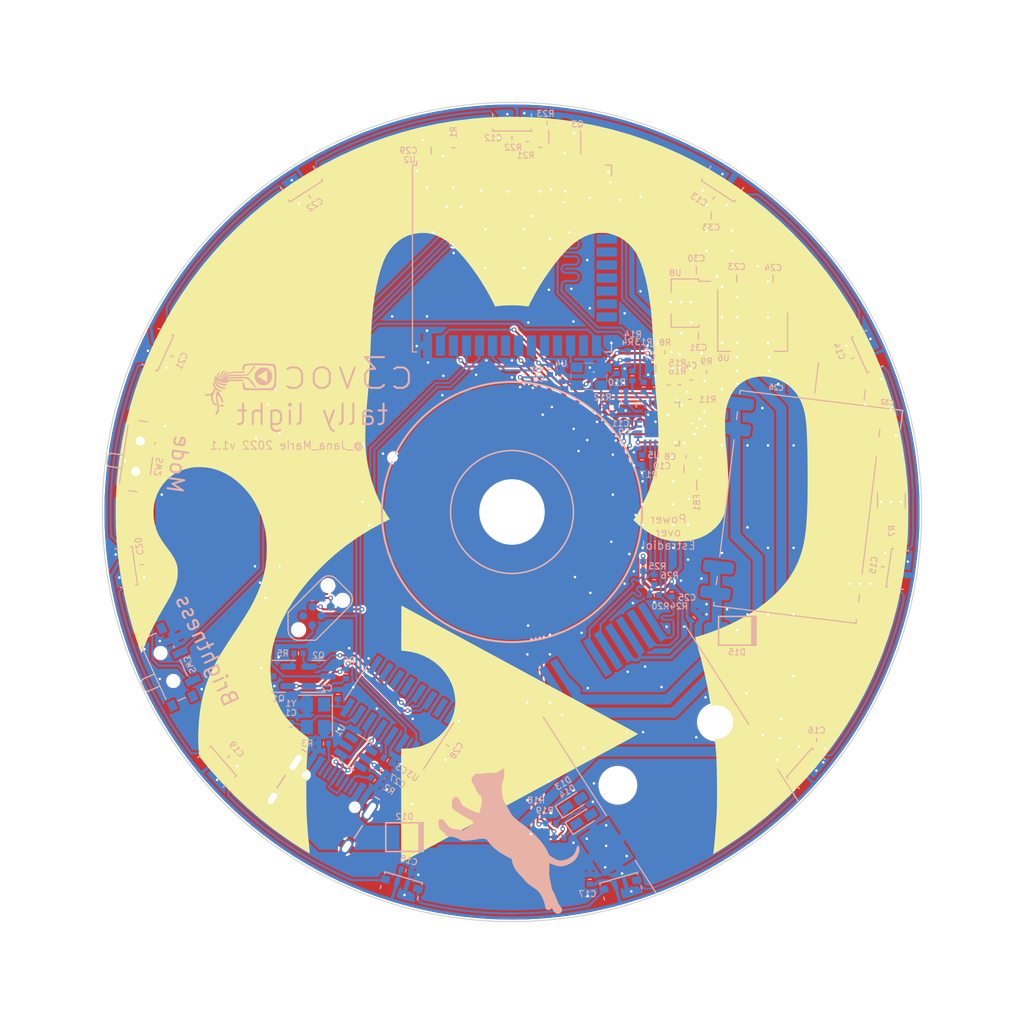
<source format=kicad_pcb>
(kicad_pcb (version 20211014) (generator pcbnew)
  (layers (0 "F.Cu" signal) (31 "B.Cu" signal) (34 "B.Paste" user) (35 "F.Paste" user) (36 "B.SilkS" user "B.Silkscreen") (37 "F.SilkS" user "F.Silkscreen") (38 "B.Mask" user) (39 "F.Mask" user) (44 "Edge.Cuts" user))
  (net 0 "")
  (net 1 "GND")
  (net 2 "Net-(C1-Pad2)")
  (net 3 "Net-(C2-Pad1)")
  (net 4 "V3")
  (net 5 "Net-(C4-Pad2)")
  (net 6 "+3V3")
  (net 7 "Net-(C10-Pad2)")
  (net 8 "Net-(C11-Pad2)")
  (net 9 "+5V")
  (net 10 "Net-(D1-Pad4)")
  (net 11 "Net-(D1-Pad1)")
  (net 12 "Net-(D2-Pad1)")
  (net 13 "Net-(D3-Pad1)")
  (net 14 "Net-(D4-Pad1)")
  (net 15 "Net-(D5-Pad1)")
  (net 16 "Net-(D6-Pad1)")
  (net 17 "Net-(D7-Pad1)")
  (net 18 "Net-(D8-Pad1)")
  (net 19 "Net-(D10-Pad4)")
  (net 21 "Net-(D15-Pad1)")
  (net 22 "Net-(D15-Pad2)")
  (net 23 "EN")
  (net 24 "IO0")
  (net 25 "/SK6812")
  (net 26 "Net-(Q3-Pad3)")
  (net 27 "Net-(Q1-Pad1)")
  (net 28 "Net-(Q1-Pad2)")
  (net 31 "Net-(D12-Pad2)")
  (net 33 "/ETH/LED_G")
  (net 34 "/ETH/LED_Y")
  (net 37 "/ETH_RXER")
  (net 47 "C_MODE")
  (net 50 "C_BRIGHT")
  (net 51 "/ETH_RXD0")
  (net 53 "/ETH_RXD1")
  (net 54 "TXD")
  (net 55 "RXD")
  (net 56 "Net-(R16-Pad1)")
  (net 57 "/ETH_CRS_DV")
  (net 58 "D+")
  (net 59 "D-")
  (net 65 "Net-(R17-Pad1)")
  (net 66 "Net-(R18-Pad1)")
  (net 67 "Net-(R15-Pad1)")
  (net 69 "Net-(R19-Pad2)")
  (net 70 "Net-(R11-Pad1)")
  (net 71 "Net-(R10-Pad1)")
  (net 72 "Net-(R12-Pad1)")
  (net 73 "Net-(R13-Pad1)")
  (net 74 "/ETH/TX_P")
  (net 75 "/ETH/TX_N")
  (net 76 "/ETH/RX_P")
  (net 77 "/ETH/RX_N")
  (net 79 "/PHY_PWR")
  (net 80 "Net-(R14-Pad1)")
  (net 81 "Net-(C24-Pad2)")
  (net 82 "Net-(J1-PadA5)")
  (net 84 "Net-(J1-PadB5)")
  (net 86 "/ETH_MDIO")
  (net 87 "/ETH_TXD0")
  (net 88 "/ETH_TXEN")
  (net 89 "/ETH_TXD1")
  (net 90 "/ETH_MDC")
  (net 92 "Net-(D10-Pad1)")
  (net 93 "Net-(Q2-Pad1)")
  (net 94 "Net-(Q2-Pad2)")
  (footprint "otter:voctocat_7979" (layer "F.Cu") (at 100 100)
    (fp_text reference "G***" hide)
    (fp_text value "LOGO" hide)
  )
  (footprint "Package_DFN_QFN:QFN-24-1EP_4x4mm_P0.5mm_EP2.6x2.6mm" (layer "B.Cu") (at 114.25 91.4)
    (fp_text reference "U5")
    (fp_text value "LAN8720A")
  )
  (footprint "Package_TO_SOT_SMD:SOT-23" (layer "B.Cu") (at 77.2 116.05 180)
    (fp_text reference "Q1")
    (fp_text value "S8050")
  )
  (footprint "otter:DP99xx" (layer "B.Cu") (at 127.936125 99.5 -97)
    (fp_text reference "U7" hide)
    (fp_text value "DP99xx")
  )
  (footprint "otter:R_0402" (layer "B.Cu") (at 101.5 63.825 -90)
    (fp_text reference "R22")
    (fp_text value "5k1" hide)
  )
  (footprint "otter:SOIC-16_3.9x9.9mm_P1.27mm" (layer "B.Cu") (at 89 119.45 57)
    (fp_text reference "U3")
    (fp_text value "CH340G" hide)
  )
  (footprint "otter:C_0603" (layer "B.Cu") (at 118.2 82.8)
    (fp_text reference "C31")
    (fp_text value "1u" hide)
  )
  (footprint "otter:LED_0603_1608Metric" (layer "B.Cu") (at 106.009628 128.4 32.7)
    (fp_text reference "D13")
    (fp_text value "GREEN")
  )
  (footprint "otter:R_0402" (layer "B.Cu") (at 103.7 86.1 -90)
    (fp_text reference "R27")
    (fp_text value "5k1" hide)
  )
  (footprint "otter:C_0402" (layer "B.Cu") (at 63.85 105.15 98.1)
    (fp_text reference "C20")
    (fp_text value "100n" hide)
  )
  (footprint "otter:R_0402" (layer "B.Cu") (at 113.9 106.6 90)
    (fp_text reference "R26")
    (fp_text value "49R9" hide)
  )
  (footprint "otter:R_0402" (layer "B.Cu") (at 116.35 87.6 90)
    (fp_text reference "R16")
    (fp_text value "20" hide)
  )
  (footprint "otter:LED_0603_1608Metric" (layer "B.Cu") (at 107 130 32.7)
    (fp_text reference "D14")
    (fp_text value "YELLOW")
  )
  (footprint "otter:C_0402" (layer "B.Cu") (at 117.8 110.3 -135)
    (fp_text reference "C25")
    (fp_text value "100n" hide)
  )
  (footprint "otter:R_0402" (layer "B.Cu") (at 102.775 64.4 90)
    (fp_text reference "R21")
    (fp_text value "5k1" hide)
  )
  (footprint "otter:SK6805-SIDE-G" (layer "B.Cu") (at 128.650788 124.995167 -131.4)
    (fp_text reference "D8" hide)
    (fp_text value "SK6805-SIDE-G")
  )
  (footprint "otter:C_0402" (layer "B.Cu") (at 87.85 124.25 147)
    (fp_text reference "C3")
    (fp_text value "100n" hide)
  )
  (footprint "otter:SK6805-SIDE-G" (layer "B.Cu") (at 120.536264 68.017012 -33)
    (fp_text reference "D11" hide)
    (fp_text value "SK6805-SIDE-G")
  )
  (footprint "otter:SMAF" (layer "B.Cu") (at 122 111.6 180)
    (fp_text reference "D15")
    (fp_text value "D_TVS")
  )
  (footprint "otter:R_0402" (layer "B.Cu") (at 81.598235 122.607932)
    (fp_text reference "R3")
    (fp_text value "5k1" hide)
  )
  (footprint "otter:C_0402" (layer "B.Cu") (at 83 117.8 90)
    (fp_text reference "C2")
    (fp_text value "22p" hide)
  )
  (footprint "otter:C_0402" (layer "B.Cu") (at 87.25 125.2 147)
    (fp_text reference "C27")
    (fp_text value "100n" hide)
  )
  (footprint "Package_TO_SOT_SMD:SOT-89-3" (layer "B.Cu") (at 117.2 79.6 180)
    (fp_text reference "U8")
    (fp_text value "AP2204R-3.3")
  )
  (footprint "otter:C_0402" (layer "B.Cu") (at 72.35 123.875 130.8)
    (fp_text reference "C19")
    (fp_text value "100n" hide)
  )
  (footprint "otter:SK6805-SIDE-G" (layer "B.Cu") (at 100 62)
    (fp_text reference "D1" hide)
    (fp_text value "SK6805-SIDE-G")
  )
  (footprint "otter:R_0402" (layer "B.Cu") (at 119 86.3)
    (fp_text reference "R9")
    (fp_text value "5k1" hide)
  )
  (footprint "otter:C_0402" (layer "B.Cu") (at 110.65 89.3)
    (fp_text reference "C9")
    (fp_text value "100p" hide)
  )
  (footprint "otter:R_0402" (layer "B.Cu") (at 79.15 113.8)
    (fp_text reference "R5")
    (fp_text value "5k1" hide)
  )
  (footprint "otter:R_0402" (layer "B.Cu") (at 112.8 105.3 -90)
    (fp_text reference "R25")
    (fp_text value "49R9" hide)
  )
  (footprint "otter:C_0402" (layer "B.Cu") (at 107.6 135.875 -90)
    (fp_text reference "C17")
    (fp_text value "100n" hide)
  )
  (footprint "otter:C_0402" (layer "B.Cu") (at 110.65 88.2)
    (fp_text reference "C11")
    (fp_text value "100n" hide)
  )
  (footprint "otter:7498210002" (layer "B.Cu") (at 115.15 123.6 32.7)
    (fp_text reference "J3" hide)
    (fp_text value "7498210002")
  )
  (footprint "otter:SK6805-SIDE-G" (layer "B.Cu") (at 89.20317 136.444467 163.5)
    (fp_text reference "D6" hide)
    (fp_text value "SK6805-SIDE-G")
  )
  (footprint "Button_Switch_SMD:SW_SPDT_PCM12" (layer "B.Cu") (at 66.6 115 114.6)
    (fp_text reference "SW3")
    (fp_text value "Brightness")
  )
  (footprint "otter:R_0402" (layer "B.Cu") (at 103.8 130.4)
    (fp_text reference "R18")
    (fp_text value "10k" hide)
  )
  (footprint "otter:C_0402" (layer "B.Cu") (at 117.5 87.1 -90)
    (fp_text reference "C4")
    (fp_text value "100n" hide)
  )
  (footprint "otter:SK6805-SIDE-G" (layer "B.Cu") (at 62.372579 105.357988 98.1)
    (fp_text reference "D4" hide)
    (fp_text value "SK6805-SIDE-G")
  )
  (footprint "otter:C_0402" (layer "B.Cu") (at 100 63.475)
    (fp_text reference "C12")
    (fp_text value "100n" hide)
  )
  (footprint "otter:TC2030" (layer "B.Cu") (at 80.95 109.7 45)
    (fp_text reference "P1" hide)
    (fp_text value "TC2030-CTX-Tag-Connect-ESP32" hide)
  )
  (footprint "otter:C_0603" (layer "B.Cu") (at 92.1 64.7)
    (fp_text reference "C29")
    (fp_text value "1u" hide)
  )
  (footprint "otter:R_0402" (layer "B.Cu") (at 112.7 94.9 -90)
    (fp_text reference "R17")
    (fp_text value "12k1" hide)
  )
  (footprint "Button_Switch_SMD:SW_SPDT_PCM12" (layer "B.Cu") (at 63.8 94.6 81.6)
    (fp_text reference "SW2")
    (fp_text value "Mode")
  )
  (footprint "otter:C_1812" (layer "B.Cu") (at 129.75 86.9 -7)
    (fp_text reference "C26")
    (fp_text value "47uF 35V")
  )
  (footprint "otter:C_0603" (layer "B.Cu") (at 119.45 71.05)
    (fp_text reference "C33")
    (fp_text value "1u" hide)
  )
  (footprint "otter:R_0402" (layer "B.Cu") (at 114.95 84.4 180)
    (fp_text reference "R8")
    (fp_text value "5k1" hide)
  )
  (footprint "otter:R_0402" (layer "B.Cu") (at 112.85 87.8 90)
    (fp_text reference "R13")
    (fp_text value "20" hide)
  )
  (footprint "otter:C_0402" (layer "B.Cu") (at 80.25 69.2 32.7)
    (fp_text reference "C22")
    (fp_text value "100n" hide)
  )
  (footprint "otter:R_0402" (layer "B.Cu") (at 103.425 62)
    (fp_text reference "R23")
    (fp_text value "20" hide)
  )
  (footprint "otter:cat_climbing" (layer "B.Cu") (at 99.85 132.25 -168)
    (fp_text reference "G***" hide)
    (fp_text value "LOGO" hide)
  )
  (footprint "otter:SK6805-SIDE-G" (layer "B.Cu") (at 71.232043 124.836198 130.8)
    (fp_text reference "D5" hide)
    (fp_text value "SK6805-SIDE-G")
  )
  (footprint "otter:R_0402" (layer "B.Cu") (at 110.2 86 90)
    (fp_text reference "R10")
    (fp_text value "20" hide)
  )
  (footprint "otter:R_0402" (layer "B.Cu") (at 111.75 86.7 90)
    (fp_text reference "R14")
    (fp_text value "20" hide)
  )
  (footprint "otter:R_0402" (layer "B.Cu") (at 104.6 131.8 180)
    (fp_text reference "R19")
    (fp_text value "10k" hide)
  )
  (footprint "otter:SK6805-SIDE-G" (layer "B.Cu") (at 134.644817 84.354769 -65.7)
    (fp_text reference "D10" hide)
    (fp_text value "SK6805-SIDE-G")
  )
  (footprint "otter:SMAF" (layer "B.Cu") (at 89.5 131.75 180)
    (fp_text reference "D12")
    (fp_text value "D_Schottky")
  )
  (footprint "otter:C_0402" (layer "B.Cu") (at 129.75 122.25 180)
    (fp_text reference "C16")
    (fp_text value "100n" hide)
  )
  (footprint "otter:SK6805-SIDE-G" (layer "B.Cu") (at 79.466608 68.016758 32.7)
    (fp_text reference "D2" hide)
    (fp_text value "SK6805-SIDE-G")
  )
  (footprint "otter:C_0402" (layer "B.Cu") (at 89.625 135.025 163.5)
    (fp_text reference "C18")
    (fp_text value "100n" hide)
  )
  (footprint "otter:C_0402" (layer "B.Cu") (at 78.4 121 90)
    (fp_text reference "C1")
    (fp_text value "22p" hide)
  )
  (footprint "otter:C_0402" (layer "B.Cu") (at 93.75 122.8 57)
    (fp_text reference "C28")
    (fp_text value "100n" hide)
  )
  (footprint "otter:USB-C 16Pin" (layer "B.Cu") (at 83 126.045783 147)
    (fp_text reference "J1" hide)
    (fp_text value "USB")
  )
  (footprint "otter:C_0603" (layer "B.Cu") (at 116.8 95.8 180)
    (fp_text reference "C10")
    (fp_text value "1u" hide)
  )
  (footprint "otter:C_0603" (layer "B.Cu") (at 125.5 77.2)
    (fp_text reference "C24")
    (fp_text value "1u" hide)
  )
  (footprint "Package_TO_SOT_SMD:SOT-223-3_TabPin2" (layer "B.Cu") (at 123.5 82.4 -90)
    (fp_text reference "U6")
    (fp_text value "AMS1117-5.0")
  )
  (footprint "Resistor_SMD:R_1210_3225Metric" (layer "B.Cu") (at 137.05 98.9 90)
    (fp_text reference "R7")
    (fp_text value "DNP")
  )
  (footprint "otter:C_0402" (layer "B.Cu") (at 117 94.6 180)
    (fp_text reference "C8")
    (fp_text value "100n" hide)
  )
  (footprint "otter:C_0402" (layer "B.Cu") (at 136.2 105.35 -98.4)
    (fp_text reference "C15")
    (fp_text value "100n" hide)
  )
  (footprint "otter:R_0805" (layer "B.Cu") (at 118.05 97.35 180)
    (fp_text reference "FB1")
    (fp_text value "Ferret" hide)
  )
  (footprint "otter:R_0402" (layer "B.Cu") (at 115.6 107.8 -90)
    (fp_text reference "R24")
    (fp_text value "49R9" hide)
  )
  (footprint "otter:R_0402" (layer "B.Cu") (at 94.3 64.425 90)
    (fp_text reference "R1")
    (fp_text value "5k1" hide)
  )
  (footprint "otter:C_0402" (layer "B.Cu") (at 133.275 84.975 -65.7)
    (fp_text reference "C14")
    (fp_text value "100n" hide)
  )
  (footprint "otter:R_0402" (layer "B.Cu") (at 109.45 90.1 135)
    (fp_text reference "R12")
    (fp_text value "20" hide)
  )
  (footprint "Package_TO_SOT_SMD:SOT-23" (layer "B.Cu") (at 105.15 63.4 90)
    (fp_text reference "Q3")
    (fp_text value "2N7002")
  )
  (footprint "otter:c3voc_75" (layer "B.Cu") (at 73.5 88 180)
    (fp_text reference "G***" hide)
    (fp_text value "LOGO" hide)
  )
  (footprint "otter:R_0402" (layer "B.Cu") (at 111.3 84.7 90)
    (fp_text reference "R4")
    (fp_text value "5k1" hide)
  )
  (footprint "otter:C_0603" (layer "B.Cu") (at 121.95 77.2)
    (fp_text reference "C23")
    (fp_text value "1u" hide)
  )
  (footprint "otter:R_0402" (layer "B.Cu") (at 115.3 87.6 90)
    (fp_text reference "R15")
    (fp_text value "20" hide)
  )
  (footprint "otter:C_0402" (layer "B.Cu") (at 113.95 87.8 -90)
    (fp_text reference "C6")
    (fp_text value "100n" hide)
  )
  (footprint "otter:C_0603" (layer "B.Cu") (at 118 76.4)
    (fp_text reference "C30")
    (fp_text value "1u" hide)
  )
  (footprint "otter:SK6805-SIDE-G" (layer "B.Cu") (at 65.442169 84.174584 65.4)
    (fp_text reference "D3" hide)
    (fp_text value "SK6805-SIDE-G")
  )
  (footprint "otter:R_0402" (layer "B.Cu") (at 117.4 89 90)
    (fp_text reference "R11")
    (fp_text value "20" hide)
  )
  (footprint "otter:SK6805-SIDE-G" (layer "B.Cu") (at 110.609311 136.499353 -163.8)
    (fp_text reference "D7" hide)
    (fp_text value "SK6805-SIDE-G")
  )
  (footprint "otter:R_0402" (layer "B.Cu") (at 113.9 108.1)
    (fp_text reference "R20")
    (fp_text value "49R9" hide)
  )
  (footprint "Crystal:Crystal_SMD_3225-4Pin_3.2x2.5mm" (layer "B.Cu") (at 80.807251 119.894817 -90)
    (fp_text reference "Y1")
    (fp_text value "12Mhz")
  )
  (footprint "Package_TO_SOT_SMD:SOT-23" (layer "B.Cu") (at 81.099999 116.05)
    (fp_text reference "Q2")
    (fp_text value "S8050")
  )
  (footprint "otter:C_0805" (layer "B.Cu") (at 134.45 88.55 173)
    (fp_text reference "C32")
    (fp_text value "100n" hide)
  )
  (footprint "RF_Module:ESP32-WROOM-32U" (layer "B.Cu") (at 100 75.25 -90)
    (fp_text reference "U2")
    (fp_text value "ESP32-WROOM-32U")
  )
  (footprint "otter:hotshoe" (layer "B.Cu") (at 100 100 -114.6)
    (fp_text reference "J2" hide)
    (fp_text value "M3")
  )
  (footprint "otter:C_0402" (layer "B.Cu") (at 104.9 86.8 -90)
    (fp_text reference "C5")
    (fp_text value "100n" hide)
  )
  (footprint "otter:R_0402" (layer "B.Cu") (at 83.8 115.8 90)
    (fp_text reference "R6")
    (fp_text value "5k1" hide)
  )
  (footprint "otter:C_0603" (layer "B.Cu") (at 114.05 86)
    (fp_text reference "C7")
    (fp_text value "1u" hide)
  )
  (footprint "otter:R_0402" (layer "B.Cu") (at 86.6 126.2 -33)
    (fp_text reference "R2")
    (fp_text value "5k1" hide)
  )
  (footprint "Package_TO_SOT_SMD:SOT-23-6" (layer "B.Cu") (at 84.75 123.45 -33)
    (fp_text reference "U1")
    (fp_text value "otter_USBLC6-4")
  )
  (footprint "otter:C_0402" (layer "B.Cu") (at 66.8 84.8 65.4)
    (fp_text reference "C21")
    (fp_text value "100n" hide)
  )
  (footprint "otter:C_0402" (layer "B.Cu") (at 119.7 69.325 -33)
    (fp_text reference "C13")
    (fp_text value "100n" hide)
  )
  (footprint "otter:SK6805-SIDE-G" (layer "B.Cu") (at 137.6 105.55 -98.4)
    (fp_text reference "D9" hide)
    (fp_text value "SK6805-SIDE-G")
  )
  (footprint "otter:Oscillator_3225" (layer "B.Cu") (at 107.5 86.75)
    (fp_text reference "U4")
    (fp_text value "Oscillator_3225")
  )
  (gr_circle (center 100 100) (end 106 100) (layer "B.SilkS") (width 0.15) (fill none))
  (gr_circle (center 100 100) (end 140 100) (layer "Edge.Cuts") (width 0.1) (fill none))
  (gr_text "Brightness" (at 70.2 113.5 294.6) (layer "B.SilkS") (effects (font (size 1.5 1.5) (thickness 0.2)) (justify mirror)))
  (gr_text "@_Jana_Marie 2022 v1.1" (at 78 93.5) (layer "B.SilkS") (effects (font (size 0.8 0.8) (thickness 0.1)) (justify mirror)))
  (gr_text "tally light" (at 80.5 90.5) (layer "B.SilkS") (effects (font (size 2 2) (thickness 0.2)) (justify mirror)))
  (gr_text "c3voc" (at 84 86.5) (layer "B.SilkS") (effects (font (size 3 3) (thickness 0.2)) (justify mirror)))
  (gr_text "Power\nover\nEstradiol" (at 115.269305 101.978806) (layer "B.SilkS") (effects (font (size 0.8 0.8) (thickness 0.1)) (justify mirror)))
  (gr_text "Mode" (at 67.4 95.3 261.6) (layer "B.SilkS") (effects (font (size 1.5 1.5) (thickness 0.2)) (justify mirror)))
  (via (at 74.9 105.3) (size 0.45) (drill 0.25) (layers "F.Cu" "B.Cu") (net 1))
  (via (at 104.9 119.8) (size 0.45) (drill 0.25) (layers "F.Cu" "B.Cu") (net 1))
  (via (at 91.8 85.4) (size 0.45) (drill 0.25) (layers "F.Cu" "B.Cu") (net 1))
  (via (at 125.9 124.2) (size 0.45) (drill 0.25) (layers "F.Cu" "B.Cu") (net 1))
  (via (at 90.7 83.8) (size 0.45) (drill 0.25) (layers "F.Cu" "B.Cu") (net 1))
  (via (at 83.1 121.2) (size 0.45) (drill 0.25) (layers "F.Cu" "B.Cu") (net 1))
  (via (at 109.700128 102.908115) (size 0.45) (drill 0.25) (layers "F.Cu" "B.Cu") (net 1))
  (via (at 91.7 68.3) (size 0.45) (drill 0.25) (layers "F.Cu" "B.Cu") (net 1))
  (via (at 64.45 84.25) (size 0.45) (drill 0.25) (layers "F.Cu" "B.Cu") (net 1))
  (via (at 117.25 98.7) (size 0.45) (drill 0.25) (layers "F.Cu" "B.Cu") (net 1))
  (via (at 106 132.3) (size 0.45) (drill 0.25) (layers "F.Cu" "B.Cu") (net 1))
  (via (at 110.129671 93.028458) (size 0.45) (drill 0.25) (layers "F.Cu" "B.Cu") (net 1))
  (via (at 115.75 97) (size 0.45) (drill 0.25) (layers "F.Cu" "B.Cu") (net 1))
  (via (at 120.5 93.5) (size 0.45) (drill 0.25) (layers "F.Cu" "B.Cu") (net 1))
  (via (at 126.3 120.2) (size 0.45) (drill 0.25) (layers "F.Cu" "B.Cu") (net 1))
  (via (at 100 86.85) (size 0.45) (drill 0.25) (layers "F.Cu" "B.Cu") (net 1))
  (via (at 94.8 120.4) (size 0.45) (drill 0.25) (layers "F.Cu" "B.Cu") (net 1))
  (via (at 106.075 63) (size 0.45) (drill 0.25) (layers "F.Cu" "B.Cu") (net 1))
  (via (at 114 86.7) (size 0.45) (drill 0.25) (layers "F.Cu" "B.Cu") (net 1))
  (via (at 117.2 101.25) (size 0.45) (drill 0.25) (layers "F.Cu" "B.Cu") (net 1))
  (via (at 110.5 69.5) (size 0.45) (drill 0.25) (layers "F.Cu" "B.Cu") (net 1))
  (via (at 112.75 99.25) (size 0.45) (drill 0.25) (layers "F.Cu" "B.Cu") (net 1))
  (via (at 109.7 83.5) (size 0.45) (drill 0.25) (layers "F.Cu" "B.Cu") (net 1))
  (via (at 107.65 107.9) (size 0.45) (drill 0.25) (layers "F.Cu" "B.Cu") (net 1))
  (via (at 75.5 115.2) (size 0.45) (drill 0.25) (layers "F.Cu" "B.Cu") (net 1))
  (via (at 119 110) (size 0.45) (drill 0.25) (layers "F.Cu" "B.Cu") (net 1))
  (via (at 134 107) (size 0.45) (drill 0.25) (layers "F.Cu" "B.Cu") (net 1))
  (via (at 106.15 106.35) (size 0.45) (drill 0.25) (layers "F.Cu" "B.Cu") (net 1))
  (via (at 91.7 82.3) (size 0.45) (drill 0.25) (layers "F.Cu" "B.Cu") (net 1))
  (via (at 112.7 96.2) (size 0.45) (drill 0.25) (layers "F.Cu" "B.Cu") (net 1))
  (via (at 120.5 104) (size 0.45) (drill 0.25) (layers "F.Cu" "B.Cu") (net 1))
  (via (at 120.5 83.5) (size 0.45) (drill 0.25) (layers "F.Cu" "B.Cu") (net 1))
  (via (at 113.3 86.6) (size 0.45) (drill 0.25) (layers "F.Cu" "B.Cu") (net 1))
  (via (at 97.4 72.4) (size 0.45) (drill 0.25) (layers "F.Cu" "B.Cu") (net 1))
  (via (at 66.275 85.9) (size 0.45) (drill 0.25) (layers "F.Cu" "B.Cu") (net 1))
  (via (at 116.5 106.7) (size 0.45) (drill 0.25) (layers "F.Cu" "B.Cu") (net 1))
  (via (at 109.2 132.6) (size 0.45) (drill 0.25) (layers "F.Cu" "B.Cu") (net 1))
  (via (at 99.55 61.15) (size 0.45) (drill 0.25) (layers "F.Cu" "B.Cu") (net 1))
  (via (at 76.8 117) (size 0.45) (drill 0.25) (layers "F.Cu" "B.Cu") (net 1))
  (via (at 78.5 67.6) (size 0.45) (drill 0.25) (layers "F.Cu" "B.Cu") (net 1))
  (via (at 75.4 106.9) (size 0.45) (drill 0.25) (layers "F.Cu" "B.Cu") (net 1))
  (via (at 101.6 81.5) (size 0.45) (drill 0.25) (layers "F.Cu" "B.Cu") (net 1))
  (via (at 122 83.5) (size 0.45) (drill 0.25) (layers "F.Cu" "B.Cu") (net 1))
  (via (at 101.2 61.05) (size 0.45) (drill 0.25) (layers "F.Cu" "B.Cu") (net 1))
  (via (at 100.8 87.8) (size 0.45) (drill 0.25) (layers "F.Cu" "B.Cu") (net 1))
  (via (at 111.8 108.9) (size 0.45) (drill 0.25) (layers "F.Cu" "B.Cu") (net 1))
  (via (at 103.7 73.3) (size 0.45) (drill 0.25) (layers "F.Cu" "B.Cu") (net 1))
  (via (at 90.7 66.7) (size 0.45) (drill 0.25) (layers "F.Cu" "B.Cu") (net 1))
  (via (at 73.175 124.825) (size 0.45) (drill 0.25) (layers "F.Cu" "B.Cu") (net 1))
  (via (at 112.75 97) (size 0.45) (drill 0.25) (layers "F.Cu" "B.Cu") (net 1))
  (via (at 107.35 92.9755) (size 0.45) (drill 0.25) (layers "F.Cu" "B.Cu") (net 1))
  (via (at 122 87.5) (size 0.45) (drill 0.25) (layers "F.Cu" "B.Cu") (net 1))
  (via (at 117.5 86) (size 0.45) (drill 0.25) (layers "F.Cu" "B.Cu") (net 1))
  (via (at 103.6 78.3) (size 0.45) (drill 0.25) (layers "F.Cu" "B.Cu") (net 1))
  (via (at 116.8 93.3) (size 0.45) (drill 0.25) (layers "F.Cu" "B.Cu") (net 1))
  (via (at 84.5 117.1) (size 0.45) (drill 0.25) (layers "F.Cu" "B.Cu") (net 1))
  (via (at 114.2 83.55) (size 0.45) (drill 0.25) (layers "F.Cu" "B.Cu") (net 1))
  (via (at 111.9 105.8) (size 0.45) (drill 0.25) (layers "F.Cu" "B.Cu") (net 1))
  (via (at 113 115.1) (size 0.45) (drill 0.25) (layers "F.Cu" "B.Cu") (net 1))
  (via (at 111.65 137.05) (size 0.45) (drill 0.25) (layers "F.Cu" "B.Cu") (net 1))
  (via (at 128 122.9) (size 0.45) (drill 0.25) (layers "F.Cu" "B.Cu") (net 1))
  (via (at 86 114.3) (size 0.45) (drill 0.25) (layers "F.Cu" "B.Cu") (net 1))
  (via (at 90.3 120.2) (size 0.45) (drill 0.25) (layers "F.Cu" "B.Cu") (net 1))
  (via (at 109.4 66.8) (size 0.45) (drill 0.25) (layers "F.Cu" "B.Cu") (net 1))
  (via (at 137 99) (size 0.45) (drill 0.25) (layers "F.Cu" "B.Cu") (net 1))
  (via (at 112.8 121.5) (size 0.45) (drill 0.25) (layers "F.Cu" "B.Cu") (net 1))
  (via (at 96.5 86.6) (size 0.45) (drill 0.25) (layers "F.Cu" "B.Cu") (net 1))
  (via (at 119 74.5) (size 0.45) (drill 0.25) (layers "F.Cu" "B.Cu") (net 1))
  (via (at 97.4 76.2) (size 0.45) (drill 0.25) (layers "F.Cu" "B.Cu") (net 1))
  (via (at 136.45 104) (size 0.45) (drill 0.25) (layers "F.Cu" "B.Cu") (net 1))
  (via (at 105.6 72.7) (size 0.45) (drill 0.25) (layers "F.Cu" "B.Cu") (net 1))
  (via (at 101.9 71.1) (size 0.45) (drill 0.25) (layers "F.Cu" "B.Cu") (net 1))
  (via (at 103.7 112) (size 0.45) (drill 0.25) (layers "F.Cu" "B.Cu") (net 1))
  (via (at 117.2 104.65) (size 0.45) (drill 0.25) (layers "F.Cu" "B.Cu") (net 1))
  (via (at 107.4 137.5) (size 0.45) (drill 0.25) (layers "F.Cu" "B.Cu") (net 1))
  (via (at 122 81) (size 0.45) (drill 0.25) (layers "F.Cu" "B.Cu") (net 1))
  (via (at 129.725 125.25) (size 0.45) (drill 0.25) (layers "F.Cu" "B.Cu") (net 1))
  (via (at 88.3 80.9) (size 0.45) (drill 0.25) (layers "F.Cu" "B.Cu") (net 1))
  (via (at 103.7 118.6) (size 0.45) (drill 0.25) (layers "F.Cu" "B.Cu") (net 1))
  (via (at 89.5 137.4) (size 0.45) (drill 0.25) (layers "F.Cu" "B.Cu") (net 1))
  (via (at 107.35 75.4) (size 0.45) (drill 0.25) (layers "F.Cu" "B.Cu") (net 1))
  (via (at 111.901085 94.178278) (size 0.45) (drill 0.25) (layers "F.Cu" "B.Cu") (net 1))
  (via (at 117.5 79.5) (size 0.45) (drill 0.25) (layers "F.Cu" "B.Cu") (net 1))
  (via (at 101.2 72.4) (size 0.45) (drill 0.25) (layers "F.Cu" "B.Cu") (net 1))
  (via (at 117.5 81.5) (size 0.45) (drill 0.25) (layers "F.Cu" "B.Cu") (net 1))
  (via (at 124.5 121.8) (size 0.45) (drill 0.25) (layers "F.Cu" "B.Cu") (net 1))
  (via (at 133 107) (size 0.45) (drill 0.25) (layers "F.Cu" "B.Cu") (net 1))
  (via (at 103.7 113.9) (size 0.45) (drill 0.25) (layers "F.Cu" "B.Cu") (net 1))
  (via (at 77.2 114.2) (size 0.45) (drill 0.25) (layers "F.Cu" "B.Cu") (net 1))
  (via (at 107.6 69.3) (size 0.45) (drill 0.25) (layers "F.Cu" "B.Cu") (net 1))
  (via (at 118.6 68.6) (size 0.45) (drill 0.25) (layers "F.Cu" "B.Cu") (net 1))
  (via (at 109.1 134.7) (size 0.45) (drill 0.25) (layers "F.Cu" "B.Cu") (net 1))
  (via (at 119 70) (size 0.45) (drill 0.25) (layers "F.Cu" "B.Cu") (net 1))
  (via (at 111.91858 95.451042) (size 0.45) (drill 0.25) (layers "F.Cu" "B.Cu") (net 1))
  (via (at 95 70.2) (size 0.45) (drill 0.25) (layers "F.Cu" "B.Cu") (net 1))
  (via (at 93.6 70.2) (size 0.45) (drill 0.25) (layers "F.Cu" "B.Cu") (net 1))
  (via (at 121 109.5) (size 0.45) (drill 0.25) (layers "F.Cu" "B.Cu") (net 1))
  (via (at 111 86) (size 0.45) (drill 0.25) (layers "F.Cu" "B.Cu") (net 1))
  (via (at 107 123) (size 0.45) (drill 0.25) (layers "F.Cu" "B.Cu") (net 1))
  (via (at 111.2 133.6) (size 0.45) (drill 0.25) (layers "F.Cu" "B.Cu") (net 1))
  (via (at 111 80.6) (size 0.45) (drill 0.25) (layers "F.Cu" "B.Cu") (net 1))
  (via (at 97.5 85.2) (size 0.45) (drill 0.25) (layers "F.Cu" "B.Cu") (net 1))
  (via (at 118.8 87.2) (size 0.45) (drill 0.25) (layers "F.Cu" "B.Cu") (net 1))
  (via (at 130.4 124.45) (size 0.45) (drill 0.25) (layers "F.Cu" "B.Cu") (net 1))
  (via (at 114.6 117.1) (size 0.45) (drill 0.25) (layers "F.Cu" "B.Cu") (net 1))
  (via (at 111.459335 104.103773) (size 0.45) (drill 0.25) (layers "F.Cu" "B.Cu") (net 1))
  (via (at 120.55 67) (size 0.45) (drill 0.25) (layers "F.Cu" "B.Cu") (net 1))
  (via (at 66.1 91.6) (size 0.45) (drill 0.25) (layers "F.Cu" "B.Cu") (net 1))
  (via (at 110.9 87.4) (size 0.45) (drill 0.25) (layers "F.Cu" "B.Cu") (net 1))
  (via (at 115.5 79.5) (size 0.45) (drill 0.25) (layers "F.Cu" "B.Cu") (net 1))
  (via (at 115.75 99.25) (size 0.45) (drill 0.25) (layers "F.Cu" "B.Cu") (net 1))
  (via (at 109.85 98.3) (size 0.45) (drill 0.25) (layers "F.Cu" "B.Cu") (net 1))
  (via (at 126 87.5) (size 0.45) (drill 0.25) (layers "F.Cu" "B.Cu") (net 1))
  (via (at 115.2 90.5) (size 0.45) (drill 0.25) (layers "F.Cu" "B.Cu") (net 1))
  (via (at 119 109) (size 0.45) (drill 0.25) (layers "F.Cu" "B.Cu") (net 1))
  (via (at 106.5 94.05) (size 0.45) (drill 0.25) (layers "F.Cu" "B.Cu") (net 1))
  (via (at 89.2 124.6) (size 0.45) (drill 0.25) (layers "F.Cu" "B.Cu") (net 1))
  (via (at 107.4 117.2) (size 0.45) (drill 0.25) (layers "F.Cu" "B.Cu") (net 1))
  (via (at 112.078659 100.301541) (size 0.45) (drill 0.25) (layers "F.Cu" "B.Cu") (net 1))
  (via (at 125 110) (size 0.45) (drill 0.25) (layers "F.Cu" "B.Cu") (net 1))
  (via (at 100 85.2) (size 0.45) (drill 0.25) (layers "F.Cu" "B.Cu") (net 1))
  (via (at 120.5 78) (size 0.45) (drill 0.25) (layers "F.Cu" "B.Cu") (net 1))
  (via (at 86 101.3) (size 0.45) (drill 0.25) (layers "F.Cu" "B.Cu") (net 1))
  (via (at 77.3 105.3) (size 0.45) (drill 0.25) (layers "F.Cu" "B.Cu") (net 1))
  (via (at 118 122) (size 0.45) (drill 0.25) (layers "F.Cu" "B.Cu") (net 1))
  (via (at 62.2 95) (size 0.45) (drill 0.25) (layers "F.Cu" "B.Cu") (net 1))
  (via (at 103.8 129.4) (size 0.45) (drill 0.25) (layers "F.Cu" "B.Cu") (net 1))
  (via (at 94.3 74.7) (size 0.45) (drill 0.25) (layers "F.Cu" "B.Cu") (net 1))
  (via (at 114.013611 91.191175) (size 0.45) (drill 0.25) (layers "F.Cu" "B.Cu") (net 1))
  (via (at 113.3 90.5) (size 0.45) (drill 0.25) (layers "F.Cu" "B.Cu") (net 1))
  (via (at 118.4 94.7) (size 0.45) (drill 0.25) (layers "F.Cu" "B.Cu") (net 1))
  (via (at 105.8 78.2) (size 0.45) (drill 0.25) (layers "F.Cu" "B.Cu") (net 1))
  (via (at 111 107) (size 0.45) (drill 0.25) (layers "F.Cu" "B.Cu") (net 1))
  (via (at 135 107) (size 0.45) (drill 0.25) (layers "F.Cu" "B.Cu") (net 1))
  (via (at 103 90.5) (size 0.45) (drill 0.25) (layers "F.Cu" "B.Cu") (net 1))
  (via (at 115.75 101.25) (size 0.45) (drill 0.25) (layers "F.Cu" "B.Cu") (net 1))
  (via (at 93.2 88.6) (size 0.45) (drill 0.25) (layers "F.Cu" "B.Cu") (net 1))
  (via (at 90.85 135.425) (size 0.45) (drill 0.25) (layers "F.Cu" "B.Cu") (net 1))
  (via (at 112.55 69.2) (size 0.45) (drill 0.25) (layers "F.Cu" "B.Cu") (net 1))
  (via (at 65.8 98.3) (size 0.45) (drill 0.25) (layers "F.Cu" "B.Cu") (net 1))
  (via (at 113.25 83.75) (size 0.45) (drill 0.25) (layers "F.Cu" "B.Cu") (net 1))
  (via (at 98.775 63.475) (size 0.45) (drill 0.25) (layers "F.Cu" "B.Cu") (net 1))
  (via (at 101.5 128.15) (size 0.45) (drill 0.25) (layers "F.Cu" "B.Cu") (net 1))
  (via (at 65.6 116.3) (size 0.45) (drill 0.25) (layers "F.Cu" "B.Cu") (net 1))
  (via (at 118.8 91.6) (size 0.45) (drill 0.25) (layers "F.Cu" "B.Cu") (net 1))
  (via (at 122 79) (size 0.45) (drill 0.25) (layers "F.Cu" "B.Cu") (net 1))
  (via (at 120 77) (size 0.45) (drill 0.25) (layers "F.Cu" "B.Cu") (net 1))
  (via (at 101.5 113.9) (size 0.45) (drill 0.25) (layers "F.Cu" "B.Cu") (net 1))
  (via (at 137.5 92.5) (size 0.45) (drill 0.25) (layers "F.Cu" "B.Cu") (net 1))
  (via (at 105.2 68.7) (size 0.45) (drill 0.25) (layers "F.Cu" "B.Cu") (net 1))
  (via (at 123 110) (size 0.45) (drill 0.25) (layers "F.Cu" "B.Cu") (net 1))
  (via (at 61.65 106.4) (size 0.45) (drill 0.25) (layers "F.Cu" "B.Cu") (net 1))
  (via (at 108.3 91.2) (size 0.45) (drill 0.25) (layers "F.Cu" "B.Cu") (net 1))
  (via (at 118.5 84.5) (size 0.45) (drill 0.25) (layers "F.Cu" "B.Cu") (net 1))
  (via (at 118.5 106.5) (size 0.45) (drill 0.25) (layers "F.Cu" "B.Cu") (net 1))
  (via (at 76.2 89.5) (size 0.45) (drill 0.25) (layers "F.Cu" "B.Cu") (net 1))
  (via (at 123 101.5) (size 0.45) (drill 0.25) (layers "F.Cu" "B.Cu") (net 1))
  (via (at 126.2 122.1) (size 0.45) (drill 0.25) (layers "F.Cu" "B.Cu") (net 1))
  (via (at 87 122.8) (size 0.45) (drill 0.25) (layers "F.Cu" "B.Cu") (net 1))
  (via (at 121.5 72.5) (size 0.45) (drill 0.25) (layers "F.Cu" "B.Cu") (net 1))
  (via (at 112.75 101.25) (size 0.45) (drill 0.25) (layers "F.Cu" "B.Cu") (net 1))
  (via (at 122.9 117.7) (size 0.45) (drill 0.25) (layers "F.Cu" "B.Cu") (net 1))
  (via (at 138.65 104.85) (size 0.45) (drill 0.25) (layers "F.Cu" "B.Cu") (net 1))
  (via (at 127.5 110) (size 0.45) (drill 0.25) (layers "F.Cu" "B.Cu") (net 1))
  (via (at 116.5 79.5) (size 0.45) (drill 0.25) (layers "F.Cu" "B.Cu") (net 1))
  (via (at 107.9 128.3) (size 0.45) (drill 0.25) (layers "F.Cu" "B.Cu") (net 1))
  (via (at 102.020878 87.879122) (size 0.45) (drill 0.25) (layers "F.Cu" "B.Cu") (net 1))
  (via (at 105.125 64.95) (size 0.45) (drill 0.25) (layers "F.Cu" "B.Cu") (net 1))
  (via (at 85.4 99) (size 0.45) (drill 0.25) (layers "F.Cu" "B.Cu") (net 1))
  (via (at 112.55 78.45) (size 0.45) (drill 0.25) (layers "F.Cu" "B.Cu") (net 1))
  (via (at 103.6 126.3) (size 0.45) (drill 0.25) (layers "F.Cu" "B.Cu") (net 1))
  (via (at 107.3 131.9) (size 0.45) (drill 0.25) (layers "F.Cu" "B.Cu") (net 1))
  (via (at 125 83.5) (size 0.45) (drill 0.25) (layers "F.Cu" "B.Cu") (net 1))
  (via (at 109.2 130.6) (size 0.45) (drill 0.25) (layers "F.Cu" "B.Cu") (net 1))
  (via (at 87.8 127.1) (size 0.45) (drill 0.25) (layers "F.Cu" "B.Cu") (net 1))
  (via (at 130.575 123.1) (size 0.45) (drill 0.25) (layers "F.Cu" "B.Cu") (net 1))
  (via (at 102.7 68.7) (size 0.45) (drill 0.25) (layers "F.Cu" "B.Cu") (net 1))
  (via (at 135 83.1) (size 0.45) (drill 0.25) (layers "F.Cu" "B.Cu") (net 1))
  (via (at 106.020878 91.879122) (size 0.45) (drill 0.25) (layers "F.Cu" "B.Cu") (net 1))
  (via (at 115.75 103.5) (size 0.45) (drill 0.25) (layers "F.Cu" "B.Cu") (net 1))
  (via (at 87.4 94.3) (size 0.45) (drill 0.25) (layers "F.Cu" "B.Cu") (net 1))
  (via (at 119 72.5) (size 0.45) (drill 0.25) (layers "F.Cu" "B.Cu") (net 1))
  (via (at 61.3 104.15) (size 0.45) (drill 0.25) (layers "F.Cu" "B.Cu") (net 1))
  (via (at 127.5 93.5) (size 0.45) (drill 0.25) (layers "F.Cu" "B.Cu") (net 1))
  (via (at 112.75 103.5) (size 0.45) (drill 0.25) (layers "F.Cu" "B.Cu") (net 1))
  (via (at 118.3 90.9) (size 0.45) (drill 0.25) (layers "F.Cu" "B.Cu") (net 1))
  (via (at 125 103.5) (size 0.45) (drill 0.25) (layers "F.Cu" "B.Cu") (net 1))
  (via (at 127.5 116) (size 0.45) (drill 0.25) (layers "F.Cu" "B.Cu") (net 1))
  (via (at 138 99) (size 0.45) (drill 0.25) (layers "F.Cu" "B.Cu") (net 1))
  (via (at 118.9 118.1) (size 0.45) (drill 0.25) (layers "F.Cu" "B.Cu") (net 1))
  (via (at 125 93.5) (size 0.45) (drill 0.25) (layers "F.Cu" "B.Cu") (net 1))
  (via (at 93.3 86.7) (size 0.45) (drill 0.25) (layers "F.Cu" "B.Cu") (net 1))
  (via (at 115.1 111.2) (size 0.45) (drill 0.25) (layers "F.Cu" "B.Cu") (net 1))
  (via (at 64.1 113.4) (size 0.45) (drill 0.25) (layers "F.Cu" "B.Cu") (net 1))
  (via (at 116.5 82.5) (size 0.45) (drill 0.25) (layers "F.Cu" "B.Cu") (net 1))
  (via (at 125 81) (size 0.45) (drill 0.25) (layers "F.Cu" "B.Cu") (net 1))
  (via (at 101.5755 111.1) (size 0.45) (drill 0.25) (layers "F.Cu" "B.Cu") (net 1))
  (via (at 101.85 131.45) (size 0.45) (drill 0.25) (layers "F.Cu" "B.Cu") (net 1))
  (via (at 124 76) (size 0.45) (drill 0.25) (layers "F.Cu" "B.Cu") (net 1))
  (via (at 121 70) (size 0.45) (drill 0.25) (layers "F.Cu" "B.Cu") (net 1))
  (via (at 99.6 68.7) (size 0.45) (drill 0.25) (layers "F.Cu" "B.Cu") (net 1))
  (via (at 123 93.5) (size 0.45) (drill 0.25) (layers "F.Cu" "B.Cu") (net 1))
  (via (at 127.5 103.5) (size 0.45) (drill 0.25) (layers "F.Cu" "B.Cu") (net 1))
  (via (at 108.821621 90.504424) (size 0.45) (drill 0.25) (layers "F.Cu" "B.Cu") (net 1))
  (via (at 65.6 112.6) (size 0.45) (drill 0.25) (layers "F.Cu" "B.Cu") (net 1))
  (via (at 91.3 63.7) (size 0.45) (drill 0.25) (layers "F.Cu" "B.Cu") (net 1))
  (via (at 84.1 113.3) (size 0.45) (drill 0.25) (layers "F.Cu" "B.Cu") (net 1))
  (via (at 104.9 85.5) (size 0.45) (drill 0.25) (layers "F.Cu" "B.Cu") (net 1))
  (via (at 134.5 89.5) (size 0.45) (drill 0.25) (layers "F.Cu" "B.Cu") (net 1))
  (via (at 118.8 90.2) (size 0.45) (drill 0.25) (layers "F.Cu" "B.Cu") (net 1))
  (via (at 106 127.2) (size 0.45) (drill 0.25) (layers "F.Cu" "B.Cu") (net 1))
  (via (at 121.5 74.5) (size 0.45) (drill 0.25) (layers "F.Cu" "B.Cu") (net 1))
  (via (at 109.85 94.4) (size 0.45) (drill 0.25) (layers "F.Cu" "B.Cu") (net 1))
  (via (at 101.5 118.6) (size 0.45) (drill 0.25) (layers "F.Cu" "B.Cu") (net 1))
  (via (at 97 68.6) (size 0.45) (drill 0.25) (layers "F.Cu" "B.Cu") (net 1))
  (via (at 116.8 111.2) (size 0.45) (drill 0.25) (layers "F.Cu" "B.Cu") (net 1))
  (via (at 92.3 72.7) (size 0.45) (drill 0.25) (layers "F.Cu" "B.Cu") (net 1))
  (via (at 85.5 93.4) (size 0.45) (drill 0.25) (layers "F.Cu" "B.Cu") (net 1))
  (via (at 110.2 87.4) (size 0.45) (drill 0.25) (layers "F.Cu" "B.Cu") (net 1))
  (via (at 86.8 119.2) (size 0.45) (drill 0.25) (layers "F.Cu" "B.Cu") (net 1))
  (via (at 71.2 126.15) (size 0.45) (drill 0.25) (layers "F.Cu" "B.Cu") (net 1))
  (via (at 101.2 76.2) (size 0.45) (drill 0.25) (layers "F.Cu" "B.Cu") (net 1))
  (via (at 118.4 95.8) (size 0.45) (drill 0.25) (layers "F.Cu" "B.Cu") (net 1))
  (via (at 69.7 117.3) (size 0.45) (drill 0.25) (layers "F.Cu" "B.Cu") (net 1))
  (via (at 106 81.4) (size 0.45) (drill 0.25) (layers "F.Cu" "B.Cu") (net 1))
  (via (at 113.9 108.8) (size 0.45) (drill 0.25) (layers "F.Cu" "B.Cu") (net 1))
  (via (at 136 99) (size 0.45) (drill 0.25) (layers "F.Cu" "B.Cu") (net 1))
  (via (at 120.5 88) (size 0.45) (drill 0.25) (layers "F.Cu" "B.Cu") (net 1))
  (via (at 107.6 80.1) (size 0.45) (drill 0.25) (layers "F.Cu" "B.Cu") (net 1))
  (via (at 125 77.5) (size 0.45) (drill 0.25) (layers "F.Cu" "B.Cu") (net 1))
  (via (at 111.2 121.5) (size 0.45) (drill 0.25) (layers "F.Cu" "B.Cu") (net 1))
  (via (at 111.3 115.6) (size 0.45) (drill 0.25) (layers "F.Cu" "B.Cu") (net 1))
  (via (at 137 90) (size 0.45) (drill 0.25) (layers "F.Cu" "B.Cu") (net 1))
  (via (at 93.5 124.2) (size 0.45) (drill 0.25) (layers "F.Cu" "B.Cu") (net 1))
  (via (at 79.2 69.875) (size 0.45) (drill 0.25) (layers "F.Cu" "B.Cu") (net 1))
  (via (at 108 126.5) (size 0.45) (drill 0.25) (layers "F.Cu" "B.Cu") (net 1))
  (via (at 64.075 106.375) (size 0.45) (drill 0.25) (layers "F.Cu" "B.Cu") (net 1))
  (via (at 136 87) (size 0.45) (drill 0.25) (layers "F.Cu" "B.Cu") (net 1))
  (via (at 91.7 80.9) (size 0.45) (drill 0.25) (layers "F.Cu" "B.Cu") (net 1))
  (via (at 120.5 81) (size 0.45) (drill 0.25) (layers "F.Cu" "B.Cu") (net 1))
  (via (at 124.45 89.85) (size 0.45) (drill 0.25) (layers "F.Cu" "B.Cu") (net 1))
  (via (at 106.8 111.8) (size 0.45) (drill 0.25) (layers "F.Cu" "B.Cu") (net 1))
  (via (at 75 92.8) (size 0.45) (drill 0.25) (layers "F.Cu" "B.Cu") (net 1))
  (via (at 77.3 92.3) (size 0.45) (drill 0.25) (layers "F.Cu" "B.Cu") (net 1))
  (via (at 111.1 90.1) (size 0.45) (drill 0.25) (layers "F.Cu" "B.Cu") (net 1))
  (via (at 132.7 83.775) (size 0.45) (drill 0.25) (layers "F.Cu" "B.Cu") (net 1))
  (via (at 107.6 85.9) (size 0.45) (drill 0.25) (layers "F.Cu" "B.Cu") (net 1))
  (via (at 115.6 94.7) (size 0.45) (drill 0.25) (layers "F.Cu" "B.Cu") (net 1))
  (via (at 76.9 88) (size 0.45) (drill 0.25) (layers "F.Cu" "B.Cu") (net 1))
  (via (at 122 111.5) (size 0.45) (drill 0.25) (layers "F.Cu" "B.Cu") (net 1))
  (via (at 103.895878 89.754122) (size 0.45) (drill 0.25) (layers "F.Cu" "B.Cu") (net 1))
  (via (at 110.75 135.3) (size 0.45) (drill 0.25) (layers "F.Cu" "B.Cu") (net 1))
  (segment (start 134.43906 83.899067) (end 133.081588 84.54664) (width 0.2) (layer "B.Cu") (net 1))
  (segment (start 120.116929 67.744692) (end 119.305825 69.06902) (width 0.2) (layer "B.Cu") (net 1))
  (segment (start 62.44303 105.853) (end 63.916224 105.615311) (width 0.2) (layer "B.Cu") (net 1))
  (segment (start 121.2 77.2) (end 121.2 79.25) (width 0.6) (layer "B.Cu") (net 1))
  (segment (start 110.645 135.405) (end 110.75 135.3) (width 0.2) (layer "B.Cu") (net 1))
  (segment (start 110.18 89.3) (end 110.18 88.2) (width 0.3) (layer "B.Cu") (net 1))
  (segment (start 79.045853 68.286878) (end 79.85449 69.453913) (width 0.2) (layer "B.Cu") (net 1))
  (segment (start 104.9 86.33) (end 105.03 86.33) (width 0.3) (layer "B.Cu") (net 1))
  (segment (start 65.234029 84.629202) (end 66.604348 85.227341) (width 0.2) (layer "B.Cu") (net 1))
  (segment (start 105.03 86.33) (end 105.4 86.7) (width 0.3) (layer "B.Cu") (net 1))
  (segment (start 89.724702 136.505473) (end 90.175297 135.094527) (width 0.3) (layer "B.Cu") (net 1))
  (segment (start 137.673042 105.055364) (end 136.268659 104.885042) (width 0.2) (layer "B.Cu") (net 1))
  (segment (start 71.558753 125.214696) (end 72.657108 124.230788) (width 0.2) (layer "B.Cu") (net 1))
  (segment (start 99.515 62.1125) (end 99.485 63.5875) (width 0.3) (layer "B.Cu") (net 1))
  (segment (start 107.6 135.405) (end 110.645 135.405) (width 0.2) (layer "B.Cu") (net 1))
  (segment (start 105.4 86.7) (end 107.875 86.7) (width 0.3) (layer "B.Cu") (net 1))
  (segment (start 107.875 86.7) (end 108.7 85.875) (width 0.3) (layer "B.Cu") (net 1))
  (segment (start 83.8 120.6) (end 82.8 120.2) (width 0.2) (layer "B.Cu") (net 2))
  (segment (start 82.417293 119.930058) (end 80.98002 119.922943) (width 0.2) (layer "B.Cu") (net 2))
  (segment (start 84.989239 119.796481) (end 83.8 120.6) (width 0.2) (layer "B.Cu") (net 2))
  (segment (start 78.4 120.53) (end 79.957251 120.994817) (width 0.2) (layer "B.Cu") (net 2))
  (segment (start 82.8 120.2) (end 82.417293 119.930058) (width 0.2) (layer "B.Cu") (net 2))
  (segment (start 80.98002 119.922943) (end 79.957251 120.994817) (width 0.2) (layer "B.Cu") (net 2))
  (segment (start 83.018981 118.981019) (end 83 118.962038) (width 0.2) (layer "B.Cu") (net 3))
  (segment (start 83.924128 119.104789) (end 83.018981 118.981019) (width 0.2) (layer "B.Cu") (net 3))
  (segment (start 83 118.962038) (end 83 118.27) (width 0.2) (layer "B.Cu") (net 3))
  (segment (start 83.018981 118.981019) (end 81.657251 118.794817) (width 0.2) (layer "B.Cu") (net 3))
  (segment (start 87.455825 123.99402) (end 87.672696 123.777149) (width 0.2) (layer "B.Cu") (net 4))
  (segment (start 87.672696 122.383433) (end 88.184574 121.871555) (width 0.2) (layer "B.Cu") (net 4))
  (segment (start 87.672696 123.777149) (end 87.672696 122.383433) (width 0.2) (layer "B.Cu") (net 4))
  (segment (start 118.53 86.3) (end 118.145319 86.684681) (width 0.2) (layer "B.Cu") (net 5))
  (segment (start 118.145319 89.953723) (end 118.145319 87.954681) (width 0.2) (layer "B.Cu") (net 5))
  (segment (start 118.145319 87.954681) (end 118.145319 87.645319) (width 0.2) (layer "B.Cu") (net 5))
  (segment (start 118.07 87.57) (end 117.5 87.57) (width 0.2) (layer "B.Cu") (net 5))
  (segment (start 118.145319 87.645319) (end 118.07 87.57) (width 0.2) (layer "B.Cu") (net 5))
  (segment (start 116.1875 91.15) (end 116.949042 91.15) (width 0.2) (layer "B.Cu") (net 5))
  (segment (start 118.145319 86.684681) (end 118.145319 87.954681) (width 0.2) (layer "B.Cu") (net 5))
  (segment (start 116.949042 91.15) (end 118.145319 89.953723) (width 0.2) (layer "B.Cu") (net 5))
  (segment (start 95.85 67.8) (end 93.3 65.25) (width 0.5) (layer "F.Cu") (net 6))
  (segment (start 104.95 131.2) (end 104.95 130.95) (width 0.2) (layer "F.Cu") (net 6))
  (segment (start 110.5 102.95) (end 102.1 111.35) (width 0.2) (layer "F.Cu") (net 6))
  (segment (start 107.25 87.5) (end 110.25 84.5) (width 0.3) (layer "F.Cu") (net 6))
  (segment (start 104.4 131.75) (end 104.95 131.2) (width 0.2) (layer "F.Cu") (net 6))
  (segment (start 109.6 67.8) (end 95.85 67.8) (width 0.5) (layer "F.Cu") (net 6))
  (segment (start 102.1 130.75) (end 103.1 131.75) (width 0.2) (layer "F.Cu") (net 6))
  (segment (start 103.1 131.75) (end 104.4 131.75) (width 0.2) (layer "F.Cu") (net 6))
  (segment (start 109.9 93.5) (end 110.5 94.1) (width 0.2) (layer "F.Cu") (net 6))
  (segment (start 100.8 86.85) (end 101.45 87.5) (width 0.2) (layer "F.Cu") (net 6))
  (segment (start 101.45 87.5) (end 101.45 88.05) (width 0.2) (layer "F.Cu") (net 6))
  (segment (start 110.5 94.1) (end 110.5 102.95) (width 0.2) (layer "F.Cu") (net 6))
  (segment (start 102.1 111.35) (end 102.1 130.75) (width 0.2) (layer "F.Cu") (net 6))
  (segment (start 101.45 88.05) (end 106.9 93.5) (width 0.2) (layer "F.Cu") (net 6))
  (segment (start 110.25 84.5) (end 113.25 84.5) (width 0.25) (layer "F.Cu") (net 6))
  (segment (start 106.9 93.5) (end 109.9 93.5) (width 0.2) (layer "F.Cu") (net 6))
  (via (at 110.25 84.5) (size 0.45) (drill 0.25) (layers "F.Cu" "B.Cu") (net 6))
  (via (at 113.25 84.5) (size 0.45) (drill 0.25) (layers "F.Cu" "B.Cu") (net 6))
  (via (at 100.8 86.85) (size 0.45) (drill 0.25) (layers "F.Cu" "B.Cu") (net 6))
  (via (at 107.25 87.5) (size 0.45) (drill 0.25) (layers "F.Cu" "B.Cu") (net 6))
  (via (at 93.3 65.25) (size 0.45) (drill 0.25) (layers "F.Cu" "B.Cu") (net 6))
  (via (at 109.6 67.8) (size 0.45) (drill 0.25) (layers "F.Cu" "B.Cu") (net 6))
  (via (at 104.95 130.95) (size 0.45) (drill 0.25) (layers "F.Cu" "B.Cu") (net 6))
  (segment (start 64.066937 91.433063) (end 64.066937 90.56151) (width 0.2) (layer "B.Cu") (net 6))
  (segment (start 114.619505 86.602368) (end 114.8 86.421873) (width 0.3) (layer "B.Cu") (net 6))
  (segment (start 65.878447 88.75) (end 77.25 88.75) (width 0.2) (layer "B.Cu") (net 6))
  (segment (start 93.015 72.985) (end 93.015 66.75) (width 0.2) (layer "B.Cu") (net 6))
  (segment (start 64.87601 114.37601) (end 65.5 115) (width 0.2) (layer "B.Cu") (net 6))
  (segment (start 114.48 84.4) (end 114.48 84.45) (width 0.2) (layer "B.Cu") (net 6))
  (segment (start 103.43 63.275) (end 104.575 63.275) (width 0.2) (layer "B.Cu") (net 6))
  (segment (start 115.421611 85.274501) (end 114.8 85.896112) (width 0.5) (layer "B.Cu") (net 6))
  (segment (start 93.3 65.25) (end 92.85 64.8) (width 0.5) (layer "B.Cu") (net 6))
  (segment (start 105.949594 129.450406) (end 106.299594 129.450406) (width 0.2) (layer "B.Cu") (net 6))
  (segment (start 94.73 63.955) (end 94.3 63.955) (width 0.2) (layer "B.Cu") (net 6))
  (segment (start 104.9 87.27) (end 105.945 87.27) (width 0.3) (layer "B.Cu") (net 6))
  (segment (start 107.125 87.625) (end 107.25 87.5) (width 0.3) (layer "B.Cu") (net 6))
  (segment (start 102.775 63.93) (end 102.725 63.93) (width 0.2) (layer "B.Cu") (net 6))
  (segment (start 64.885973 96.135973) (end 62.892154 94.142154) (width 0.2) (layer "B.Cu") (net 6))
  (segment (start 114.8 85.896112) (end 114.8 86) (width 0.5) (layer "B.Cu") (net 6))
  (segment (start 115.304501 85.274501) (end 115.421611 85.274501) (width 0.2) (layer "B.Cu") (net 6))
  (segment (start 64.885973 97.034761) (end 64.87601 97.044724) (width 0.2) (layer "B.Cu") (net 6))
  (segment (start 62.892154 94.142154) (end 62.892154 92.607846) (width 0.2) (layer "B.Cu") (net 6))
  (segment (start 111.7 69) (end 110.5 67.8) (width 0.5) (layer "B.Cu") (net 6))
  (segment (start 119.47 96.88) (end 119.47 86.3) (width 0.3) (layer "B.Cu") (net 6))
  (segment (start 111.7 78.807908) (end 111.7 69) (width 0.5) (layer "B.Cu") (net 6))
  (segment (start 102.13289 64.666895) (end 101.910039 64.889746) (width 0.2) (layer "B.Cu") (net 6))
  (segment (start 103.7 86.57) (end 104.4 87.27) (width 0.2) (layer "B.Cu") (net 6))
  (segment (start 118.95 81.2) (end 118.85 81.1) (width 0.5) (layer "B.Cu") (net 6))
  (segment (start 92.85 64.8) (end 92.85 64.7) (width 0.5) (layer "B.Cu") (net 6))
  (segment (start 64.066937 90.56151) (end 65.878447 88.75) (width 0.2) (layer "B.Cu") (net 6))
  (segment (start 103.42 86.85) (end 100.8 86.85) (width 0.2) (layer "B.Cu") (net 6))
  (segment (start 119.47 86.3) (end 119.47 85.4) (width 0.5) (layer "B.Cu") (net 6))
  (segment (start 65.5 115) (end 67.386339 115) (width 0.2) (layer "B.Cu") (net 6))
  (segment (start 117.274501 84.382409) (end 111.7 78.807908) (width 0.5) (layer "B.Cu") (net 6))
  (segment (start 64.885973 97.034761) (end 64.885973 96.135973) (width 0.2) (layer "B.Cu") (net 6))
  (segment (start 114 88.32) (end 113.95 88.27) (width 0.2) (layer "B.Cu") (net 6))
  (segment (start 104.575 63.275) (end 105.6375 64.3375) (width 0.2) (layer "B.Cu") (net 6))
  (segment (start 110.5 67.8) (end 109.6 67.8) (width 0.5) (layer "B.Cu") (net 6))
  (segment (start 117.274501 85.274501) (end 117.274501 84.474501) (width 0.5) (layer "B.Cu") (net 6))
  (segment (start 114.619505 87.751426) (end 114.619505 86.602368) (width 0.3) (layer "B.Cu") (net 6))
  (segment (start 102.775 63.93) (end 103.43 63.275) (width 0.2) (layer "B.Cu") (net 6))
  (segment (start 93.015 64.865) (end 92.85 64.7) (width 0.5) (layer "B.Cu") (net 6))
  (segment (start 106.3 87.625) (end 107.125 87.625) (width 0.3) (layer "B.Cu") (net 6))
  (segment (start 114.8 86.421873) (end 114.8 86) (width 0.3) (layer "B.Cu") (net 6))
  (segment (start 104.95 130.95) (end 104.95 130.45) (width 0.2) (layer "B.Cu") (net 6))
  (segment (start 117.275499 84.474501) (end 118.95 82.8) (width 0.5) (layer "B.Cu") (net 6))
  (segment (start 113.3 84.5) (end 114.8 86) (width 0.25) (layer "B.Cu") (net 6))
  (segment (start 117.274501 84.474501) (end 117.275499 84.474501) (width 0.5) (layer "B.Cu") (net 6))
  (segment (start 119.074501 85.274501) (end 117.274501 85.274501) (width 0.5) (layer "B.Cu") (net 6))
  (segment (start 119 97.35) (end 119.47 96.88) (width 0.3) (layer "B.Cu") (net 6))
  (segment (start 119.47 85.4) (end 119.344501 85.274501) (width 0.5) (layer "B.Cu") (net 6))
  (segment (start 93.595 63.955) (end 92.85 64.7) (width 0.2) (layer "B.Cu") (net 6))
  (segment (start 94.3 63.955) (end 93.595 63.955) (width 0.2) (layer "B.Cu") (net 6))
  (segment (start 114.48 84.45) (end 115.304501 85.274501) (width 0.2) (layer "B.Cu") (net 6))
  (segment (start 62.892154 92.607846) (end 64.066937 91.433063) (width 0.2) (layer "B.Cu") (net 6))
  (segment (start 105.6375 64.3375) (end 106.1 64.3375) (width 0.2) (layer "B.Cu") (net 6))
  (segment (start 106.693356 128.570683) (end 106.936336 128.813664) (width 0.2) (layer "B.Cu") (net 6))
  (segment (start 114.100931 88.27) (end 114.619505 87.751426) (width 0.3) (layer "B.Cu") (net 6))
  (segment (start 67.386339 115) (end 68.836839 116.4505) (width 0.2) (layer "B.Cu") (net 6))
  (segment (start 113.95 88.27) (end 114.100931 88.27) (width 0.3) (layer "B.Cu") (net 6))
  (segment (start 117.274501 84.474501) (end 117.274501 84.382409) (width 0.5) (layer "B.Cu") (net 6))
  (segment (start 118.975499 85.274501) (end 119.074501 85.274501) (width 0.5) (layer "B.Cu") (net 6))
  (segment (start 64.87601 97.044724) (end 64.87601 114.37601) (width 0.2) (layer "B.Cu") (net 6))
  (segment (start 105.945 87.27) (end 106.3 87.625) (width 0.3) (layer "B.Cu") (net 6))
  (segment (start 118.95 82.8) (end 118.95 81.2) (width 0.5) (layer "B.Cu") (net 6))
  (segment (start 110.52 84.23) (end 110.25 84.5) (width 0.25) (layer "B.Cu") (net 6))
  (segment (start 106.299594 129.450406) (end 106.936336 128.813664) (width 0.2) (layer "B.Cu") (net 6))
  (segment (start 101.910039 64.889746) (end 95.664746 64.889746) (width 0.2) (layer "B.Cu") (net 6))
  (segment (start 111.3 84.23) (end 110.52 84.23) (width 0.25) (layer "B.Cu") (net 6))
  (segment (start 102.725 63.93) (end 102.13289 64.52211) (width 0.2) (layer "B.Cu") (net 6))
  (segment (start 106.693356 127.961055) (end 106.693356 128.570683) (width 0.2) (layer "B.Cu") (net 6))
  (segment (start 102.13289 64.52211) (end 102.13289 64.666895) (width 0.2) (layer "B.Cu") (net 6))
  (segment (start 104.4 87.27) (end 104.9 87.27) (width 0.2) (layer "B.Cu") (net 6))
  (segment (start 117.274501 85.274501) (end 115.421611 85.274501) (width 0.5) (layer "B.Cu") (net 6))
  (segment (start 93.015 66.75) (end 93.015 64.865) (width 0.5) (layer "B.Cu") (net 6))
  (segment (start 113.25 84.5) (end 113.3 84.5) (width 0.25) (layer "B.Cu") (net 6))
  (segment (start 119.344501 85.274501) (end 119.074501 85.274501) (width 0.5) (layer "B.Cu") (net 6))
  (segment (start 103.7 86.57) (end 103.42 86.85) (width 0.2) (layer "B.Cu") (net 6))
  (segment (start 77.25 88.75) (end 93.015 72.985) (width 0.2) (layer "B.Cu") (net 6))
  (segment (start 104.95 130.45) (end 105.949594 129.450406) (width 0.2) (layer "B.Cu") (net 6))
  (segment (start 106.936336 128.813664) (end 107.683728 129.561055) (width 0.2) (layer "B.Cu") (net 6))
  (segment (start 95.664746 64.889746) (end 94.73 63.955) (width 0.2) (layer "B.Cu") (net 6))
  (segment (start 114 89.4625) (end 114 88.32) (width 0.2) (layer "B.Cu") (net 6))
  (segment (start 113.618698 107.568698) (end 114.831302 107.568698) (width 0.3) (layer "F.Cu") (net 7))
  (segment (start 114.831302 107.568698) (end 115.6 106.8) (width 0.3) (layer "F.Cu") (net 7))
  (segment (start 112.8 106.75) (end 113.618698 107.568698) (width 0.3) (layer "F.Cu") (net 7))
  (segment (start 112.3 93.2) (end 115.95 93.2) (width 0.2) (layer "F.Cu") (net 7))
  (segment (start 112.8 104.3) (end 112.8 106.75) (width 0.3) (layer "F.Cu") (net 7))
  (via (at 113.618698 107.568698) (size 0.45) (drill 0.25) (layers "F.Cu" "B.Cu") (net 7))
  (via (at 112.8 104.3) (size 0.45) (drill 0.25) (layers "F.Cu" "B.Cu") (net 7))
  (via (at 115.95 93.2) (size 0.45) (drill 0.25) (layers "F.Cu" "B.Cu") (net 7))
  (via (at 115.6 106.8) (size 0.45) (drill 0.25) (layers "F.Cu" "B.Cu") (net 7))
  (via (at 112.3 93.2) (size 0.45) (drill 0.25) (layers "F.Cu" "B.Cu") (net 7))
  (segment (start 115.95 93.2) (end 115.6375 93.2) (width 0.2) (layer "B.Cu") (net 7))
  (segment (start 113.618698 107.568698) (end 113.643698 107.543698) (width 0.3) (layer "B.Cu") (net 7))
  (segment (start 116.05 95.457667) (end 116.53 94.977667) (width 0.4) (layer "B.Cu") (net 7))
  (segment (start 115.83 107.33) (end 115.6 107.33) (width 0.3) (layer "B.Cu") (net 7))
  (segment (start 113.9 107.287397) (end 113.9 107.07) (width 0.3) (layer "B.Cu") (net 7))
  (segment (start 112.25 114.45) (end 112.5 114.2) (width 0.3) (layer "B.Cu") (net 7))
  (segment (start 116.05 96.159549) (end 116.05 95.8) (width 0.4) (layer "B.Cu") (net 7))
  (segment (start 113.43 108.1) (end 113.43 107.757397) (width 0.3) (layer "B.Cu") (net 7))
  (segment (start 110.480888 113.030888) (end 111.9 114.45) (width 0.3) (layer "B.Cu") (net 7))
  (segment (start 117.1 97.15) (end 117.040451 97.15) (width 0.4) (layer "B.Cu") (net 7))
  (segment (start 112.3125 93.1875) (end 112.3 93.2) (width 0.2) (layer "B.Cu") (net 7))
  (segment (start 115.6375 93.2) (end 115.5 93.3375) (width 0.2) (layer "B.Cu") (net 7))
  (segment (start 117.1 108.6) (end 115.83 107.33) (width 0.3) (layer "B.Cu") (net 7))
  (segment (start 111.549607 112.349607) (end 111.549607 112.114797) (width 0.3) (layer "B.Cu") (net 7))
  (segment (start 115.6 106.8) (end 115.6 106.3) (width 0.3) (layer "B.Cu") (net 7))
  (segment (start 115.5 93.3375) (end 115.5 93.57) (width 0.2) (layer "B.Cu") (net 7))
  (segment (start 115.6 106.3) (end 116.45 105.45) (width 0.3) (layer "B.Cu") (net 7))
  (segment (start 112.3125 92.65) (end 112.3125 93.1875) (width 0.2) (layer "B.Cu") (net 7))
  (segment (start 112.5 114.2) (end 112.5 113.3) (width 0.3) (layer "B.Cu") (net 7))
  (segment (start 113.43 107.757397) (end 113.618698 107.568698) (width 0.3) (layer "B.Cu") (net 7))
  (segment (start 115.5 93.57) (end 116.53 94.6) (width 0.2) (layer "B.Cu") (net 7))
  (segment (start 110.480888 112.800902) (end 110.480888 113.030888) (width 0.3) (layer "B.Cu") (net 7))
  (segment (start 113.643698 107.543698) (end 113.9 107.287397) (width 0.3) (layer "B.Cu") (net 7))
  (segment (start 115.6 107.33) (end 115.6 106.8) (width 0.3) (layer "B.Cu") (net 7))
  (segment (start 117.46766 112.23234) (end 117.46766 110.63234) (width 0.3) (layer "B.Cu") (net 7))
  (segment (start 115.5 114.2) (end 117.46766 112.23234) (width 0.3) (layer "B.Cu") (net 7))
  (segment (start 112.5 113.3) (end 111.549607 112.349607) (width 0.3) (layer "B.Cu") (net 7))
  (segment (start 117.46766 110.63234) (end 117.1 110.26468) (width 0.3) (layer "B.Cu") (net 7))
  (segment (start 117.1 110.26468) (end 117.1 108.6) (width 0.3) (layer "B.Cu") (net 7))
  (segment (start 116.53 94.977667) (end 116.53 94.6) (width 0.4) (layer "B.Cu") (net 7))
  (segment (start 112.5 114.2) (end 115.5 114.2) (width 0.3) (layer "B.Cu") (net 7))
  (segment (start 117.1 97.510989) (end 117.1 97.35) (width 0.3) (layer "B.Cu") (net 7))
  (segment (start 116.45 105.45) (end 116.45 98.160989) (width 0.3) (layer "B.Cu") (net 7))
  (segment (start 116.45 98.160989) (end 117.1 97.510989) (width 0.3) (layer "B.Cu") (net 7))
  (segment (start 117.040451 97.15) (end 116.05 96.159549) (width 0.4) (layer "B.Cu") (net 7))
  (segment (start 116.05 95.8) (end 116.05 95.457667) (width 0.4) (layer "B.Cu") (net 7))
  (segment (start 111.9 114.45) (end 112.25 114.45) (width 0.3) (layer "B.Cu") (net 7))
  (segment (start 112.8 104.83) (end 112.8 104.3) (width 0.3) (layer "B.Cu") (net 7))
  (segment (start 111.97 90.15) (end 111.12 89.3) (width 0.2) (layer "B.Cu") (net 8))
  (segment (start 112.3125 90.15) (end 111.97 90.15) (width 0.2) (layer "B.Cu") (net 8))
  (segment (start 111.12 88.2) (end 111.12 89.3) (width 0.3) (layer "B.Cu") (net 8))
  (segment (start 86.543274 124.706726) (end 90.25 128.413452) (width 0.25) (layer "F.Cu") (net 9))
  (segment (start 90.25 128.413452) (end 90.25 128.5) (width 0.25) (layer "F.Cu") (net 9))
  (via (at 121.95 86.2) (size 0.45) (drill 0.25) (layers "F.Cu" "B.Cu") (net 9))
  (via (at 86.543274 124.706726) (size 0.45) (drill 0.25) (layers "F.Cu" "B.Cu") (net 9))
  (via (at 90.25 128.5) (size 0.45) (drill 0.25) (layers "F.Cu" "B.Cu") (net 9))
  (via (at 125.1 84.9) (size 0.45) (drill 0.25) (layers "F.Cu" "B.Cu") (net 9))
  (via (at 121.95 84.9) (size 0.45) (drill 0.25) (layers "F.Cu" "B.Cu") (net 9))
  (via (at 125.1 86.2) (size 0.45) (drill 0.25) (layers "F.Cu" "B.Cu") (net 9))
  (segment (start 134.99838 118.640498) (end 134.392496 119.736033) (width 0.3) (layer "B.Cu") (net 9))
  (segment (start 134.998379 81.3595) (end 135.569396 82.473653) (width 0.3) (layer "B.Cu") (net 9))
  (segment (start 106.542908 60.8906) (end 107.774298 61.116648) (width 0.3) (layer "B.Cu") (net 9))
  (segment (start 136.604514 84.753218) (end 137.067582 85.916355) (width 0.3) (layer "B.Cu") (net 9))
  (segment (start 123.660464 131.82039) (end 122.644193 132.551426) (width 0.3) (layer "B.Cu") (net 9))
  (segment (start 134.3925 80.263972) (end 134.998379 81.3595) (width 0.3) (layer "B.Cu") (net 9))
  (segment (start 123.5 79.25) (end 123.5 81.05) (width 1) (layer "B.Cu") (net 9))
  (segment (start 100.312984 139.651694) (end 99.061106 139.641811) (width 0.3) (layer "B.Cu") (net 9))
  (segment (start 123.5 81.05) (end 123.5 82.4) (width 1) (layer "B.Cu") (net 9))
  (segment (start 86.798016 62.609327) (end 87.107258 62.5056) (width 0.3) (layer "B.Cu") (net 9))
  (segment (start 79.887363 67.746638) (end 78.922319 66.413006) (width 0.3) (layer "B.Cu") (net 9))
  (segment (start 90.25 130.5) (end 90.25 128.5) (width 0.25) (layer "B.Cu") (net 9))
  (segment (start 134.850574 84.810471) (end 136.34443 84.15557) (width 0.3) (layer "B.Cu") (net 9))
  (segment (start 128.368873 72.295093) (end 129.229345 73.204476) (width 0.3) (layer "B.Cu") (net 9))
  (segment (start 70.351312 73.669218) (end 71.197313 72.746375) (width 0.3) (layer "B.Cu") (net 9))
  (segment (start 123.5 77.2) (end 122.2 75.9) (width 1) (layer "B.Cu") (net 9))
  (segment (start 122.2 75.9) (end 119.6 75.9) (width 1) (layer "B.Cu") (net 9))
  (segment (start 100.5 60.65) (end 100.5 62) (width 0.3) (layer "B.Cu") (net 9))
  (segment (start 99.061105 60.358189) (end 100.199205 60.349205) (width 0.3) (layer "B.Cu") (net 9))
  (segment (start 118.85 76.5) (end 118.75 76.4) (width 1) (layer "B.Cu") (net 9))
  (segment (start 120.094175 69.58098) (end 120.094175 70.944175) (width 0.6) (layer "B.Cu") (net 9))
  (segment (start 130.060675 125.85944) (end 129.554451 126.429451) (width 0.3) (layer "B.Cu") (net 9))
  (segment (start 67.993873 76.591399) (end 68.748774 75.592712) (width 0.3) (layer "B.Cu") (net 9))
  (segment (start 111.416997 137.973767) (end 110.876897 138.126897) (width 0.3) (layer "B.Cu") (net 9))
  (segment (start 117.245033 64.293368) (end 118.363669 64.855578) (width 0.3) (layer "B.Cu") (net 9))
  (segment (start 70.351313 126.330783) (end 69.654378 125.520622) (width 0.3) (layer "B.Cu") (net 9))
  (segment (start 95.316001 60.624691) (end 95.622698 60.593109) (width 0.3) (layer "B.Cu") (net 9))
  (segment (start 123.5 82.4) (end 123.5 83.8) (width 1) (layer "B.Cu") (net 9))
  (segment (start 94.00598 122.405825) (end 94.222851 122.622696) (width 0.25) (layer "B.Cu") (net 9))
  (segment (start 135.569397 117.526345) (end 134.99838 118.640498) (width 0.3) (layer "B.Cu") (net 9))
  (segment (start 91.5 131.75) (end 99.85 131.75) (width 1) (layer "B.Cu") (net 9))
  (segment (start 120.955599 68.289332) (end 120.094175 69.58098) (width 0.6) (layer "B.Cu") (net 9))
  (segment (start 83.320755 135.974402) (end 82.193435 135.429946) (width 0.3) (layer "B.Cu") (net 9))
  (segment (start 139.64801 99.374743) (end 139.64801 100.625248) (width 0.3) (layer "B.Cu") (net 9))
  (segment (start 94.075872 122.335933) (end 94.00598 122.405825) (width 0.25) (layer "B.Cu") (net 9))
  (segment (start 106.542908 139.109399) (end 105.305007 139.296458) (width 0.3) (layer "B.Cu") (net 9))
  (segment (start 139.13823 106.33823) (end 139.056533 106.851419) (width 0.3) (layer "B.Cu") (net 9))
  (segment (start 139.608465 98.122708) (end 139.64801 99.374743) (width 0.3) (layer "B.Cu") (net 9))
  (segment (start 97.838914 60.406449) (end 98.034433 60.398729) (width 0.3) (layer "B.Cu") (net 9))
  (segment (start 62.302128 104.862976) (end 61.578927 104.921073) (width 0.3) (layer "B.Cu") (net 9))
  (segment (start 131.632645 76.089113) (end 132.371681 77.099583) (width 0.3) (layer "B.Cu") (net 9))
  (segment (start 139.529461 103.126737) (end 139.411052 104.373076) (width 0.3) (layer "B.Cu") (net 9))
  (segment (start 64.933148 83.391852) (end 64.71171 81.914334) (width 0.3) (layer "B.Cu") (net 9))
  (segment (start 72.974569 129.016907) (end 72.072017 128.14929) (width 0.3) (layer "B.Cu") (net 9))
  (segment (start 112.610108 62.405586) (end 113.790612 62.822401) (width 0.3) (layer "B.Cu") (net 9))
  (segment (start 138.546325 90.697549) (end 138.820777 91.919032) (width 0.3) (layer "B.Cu") (net 9))
  (segment (start 105.305007 139.296458) (end 104.061847 139.444343) (width 0.3) (layer "B.Cu") (net 9))
  (segment (start 112.61011 137.594413) (end 111.416997 137.973767) (width 0.3) (layer "B.Cu") (net 9))
  (segment (start 130.862018 75.102396) (end 131.632645 76.089113) (width 0.3) (layer "B.Cu") (net 9))
  (segment (start 133.752313 120.811924) (end 133.078511 121.867028) (width 0.3) (layer "B.Cu") (net 9))
  (segment (start 134.392496 119.736033) (end 133.752313 120.811924) (width 0.3) (layer "B.Cu") (net 9))
  (segment (start 138.820773 108.080988) (end 138.546325 109.30245) (width 0.3) (layer "B.Cu") (net 9))
  (segment (start 65.923337 120.276485) (end 65.30023 119.190642) (width 0.3) (layer "B.Cu") (net 9))
  (segment (start 126.564005 129.439912) (end 125.62138 130.263834) (width 0.3) (layer "B.Cu") (net 9))
  (segment (start 73.904077 129.855612) (end 72.974569 129.016907) (width 0.3) (layer "B.Cu") (net 9))
  (segment (start 74.859592 130.664551) (end 73.904077 129.855612) (width 0.3) (layer "B.Cu") (net 9))
  (segment (start 123.5 79.25) (end 123.5 77.2) (width 1) (layer "B.Cu") (net 9))
  (segment (start 110.129164 136.638849) (end 109.65 136.025) (width 0.3) (layer "B.Cu") (net 9))
  (segment (start 120.544837 133.915549) (end 119.463962 134.547199) (width 0.3) (layer "B.Cu") (net 9))
  (segment (start 98.034433 60.398729) (end 99.061105 60.358189) (width 0.3) (layer "B.Cu") (net 9))
  (segment (start 63.640745 115.822748) (end 63.159364 114.667047) (width 0.3) (layer "B.Cu") (net 9))
  (segment (start 138.546325 109.30245) (end 138.233459 110.514628) (width 0.3) (layer "B.Cu") (net 9))
  (segment (start 122.5 120.15) (end 126.3 116.35) (width 1) (layer "B.Cu") (net 9))
  (segment (start 85.624234 63.044728) (end 86.798016 62.609327) (width 0.3) (layer "B.Cu") (net 9))
  (segment (start 96.561346 60.49645) (end 96.582213 60.494965) (width 0.3) (layer "B.Cu") (net 9))
  (segment (start 100.5 62) (end 100.47 63.475) (width 0.3) (layer "B.Cu") (net 9))
  (segment (start 71.197313 72.746375) (end 72.072015 71.850712) (width 0.3) (layer "B.Cu") (net 9))
  (segment (start 120.2 75.9) (end 120.2 71.05) (width 1) (layer "B.Cu") (net 9))
  (segment (start 119.463962 134.547199) (end 118.363669 135.144422) (width 0.3) (layer "B.Cu") (net 9))
  (segment (start 132.371681 77.099583) (end 133.07851 78.132971) (width 0.3) (layer "B.Cu") (net 9))
  (segment (start 119.6 75.9) (end 118.85 76.65) (width 1) (layer "B.Cu") (net 9))
  (segment (start 101.564564 139.62205) (end 100.312984 139.651694) (width 0.3) (layer "B.Cu") (net 9))
  (segment (start 75.023651 69.20522) (end 75.840122 68.557114) (width 0.3) (layer "B.Cu") (net 9))
  (segment (start 110.565254 138.215254) (end 110.212542 138.315255) (width 0.3) (layer "B.Cu") (net 9))
  (segment (start 139.529461 96.873264) (end 139.608465 98.122708) (width 0.3) (layer "B.Cu") (net 9))
  (segment (start 64.711711 118.085668) (end 64.158351 116.962636) (width 0.3) (layer "B.Cu") (net 9))
  (segment (start 99.061106 139.641811) (end 97.810125 139.592414) (width 0.3) (layer "B.Cu") (net 9))
  (segment (start 65.650309 83.719966) (end 66.995652 84.372659) (width 0.3) (layer "B.Cu") (net 9))
  (segment (start 83.320755 64.025599) (end 84.464745 63.516981) (width 0.3) (layer "B.Cu") (net 9))
  (segment (start 135.569396 82.473653) (end 136.10494 83.605242) (width 0.3) (layer "B.Cu") (net 9))
  (segment (start 134.850574 84.810471) (end 133.468412 85.40336) (width 0.3) (layer "B.Cu") (net 9))
  (segment (start 62.307205 112.312919) (end 61.937303 111.116918) (width 0.3) (layer "B.Cu") (net 9))
  (segment (start 113.790612 62.822401) (end 114.957356 63.276271) (width 0.3) (layer "B.Cu") (net 9))
  (segment (start 75.840122 131.442886) (end 74.859592 130.664551) (width 0.3) (layer "B.Cu") (net 9))
  (segment (start 74.859592 69.335449) (end 75.023651 69.20522) (width 0.3) (layer "B.Cu") (net 9))
  (segment (start 136.131341 105.814958) (end 137.526958 106.044636) (width 0.6) (layer "B.Cu") (net 9))
  (segment (start 87.984927 62.211207) (end 88.162105 62.157937) (width 0.3) (layer "B.Cu") (net 9))
  (segment (start 125.621378 69.736164) (end 126.564004 70.560088) (width 0.3) (layer "B.Cu") (net 9))
  (segment (start 71.197308 127.253619) (end 70.351313 126.330783) (width 0.3) (layer "B.Cu") (net 9))
  (segment (start 73.904076 70.144389) (end 74.859592 69.335449) (width 0.3) (layer "B.Cu") (net 9))
  (segment (start 65.30023 119.190642) (end 64.711711 118.085668) (width 0.3) (layer "B.Cu") (net 9))
  (segment (start 123.5 83.8) (end 123.5 85.55) (width 1) (layer "B.Cu") (net 9))
  (segment (start 121.605308 133.250044) (end 120.544837 133.915549) (width 0.3) (layer "B.Cu") (net 9))
  (segment (start 137.882462 88.283609) (end 138.233459 89.485373) (width 0.3) (layer "B.Cu") (net 9))
  (segment (start 92.840531 60.99876) (end 94.075282 60.792188) (width 0.3) (layer "B.Cu") (net 9))
  (segment (start 120.094175 70.944175) (end 120.2 71.05) (width 0.6) (layer "B.Cu") (net 9))
  (segment (start 124.653215 131.057587) (end 123.660464 131.82039) (width 0.3) (layer "B.Cu") (net 9))
  (segment (start 107.774299 138.883352) (end 106.542908 139.109399) (width 0.3) (layer "B.Cu") (net 9))
  (segment (start 85.703988 124.069527) (end 86.855825 124.94402) (width 0.2) (layer "B.Cu") (net 9))
  (segment (start 89.1839 138.14927) (end 88.255006 137.869994) (width 0.3) (layer "B.Cu") (net 9))
  (segment (start 61.056489 107.467112) (end 60.840174 106.234005) (width 0.3) (layer "B.Cu") (net 9))
  (segment (start 100.199205 60.349205) (end 100.5 60.65) (width 0.3) (layer "B.Cu") (net 9))
  (segment (start 95.622698 60.593109) (end 96.561346 60.49645) (width 0.3) (layer "B.Cu") (net 9))
  (segment (start 100.59 63.355) (end 100.47 63.475) (width 0.2) (layer "B.Cu") (net 9))
  (segment (start 118.85 76.65) (end 118.85 77.05) (width 1) (layer "B.Cu") (net 9))
  (segment (start 136.34443 84.15557) (end 136.604514 84.753218) (width 0.3) (layer "B.Cu") (net 9))
  (segment (start 128.17011 125.23796) (end 127.85 124.91785) (width 0.3) (layer "B.Cu") (net 9))
  (segment (start 137.882463 111.71639) (end 137.493727 112.9064) (width 0.3) (layer "B.Cu") (net 9))
  (segment (start 91.612878 138.755786) (end 90.393573 138.471695) (width 0.3) (layer "B.Cu") (net 9))
  (segment (start 118.85 77.05) (end 118.85 76.5) (width 1) (layer "B.Cu") (net 9))
  (segment (start 65.30023 80.80936) (end 65.923345 79.723502) (width 0.3) (layer "B.Cu") (net 9))
  (segment (start 101.619037 60.380963) (end 102.814639 60.447091) (width 0.3) (layer "B.Cu") (net 9))
  (segment (start 119.463963 65.452802) (end 120.544838 66.084452) (width 0.3) (layer "B.Cu") (net 9))
  (segment (start 108.2 123.4) (end 120.8 123.4) (width 1) (layer "B.Cu") (net 9))
  (segment (start 61.937303 111.116918) (end 61.605331 109.909804) (width 0.3) (layer "B.Cu") (net 9))
  (segment (start 88.72376 136.302459) (end 88.255006 137.869994) (width 0.3) (layer "B.Cu") (net 9))
  (segment (start 94.075281 139.207812) (end 92.84053 139.00124) (width 0.3) (layer "B.Cu") (net 9))
  (segment (start 68.748775 124.407288) (end 67.993872 123.4086) (width 0.3) (layer "B.Cu") (net 9))
  (segment (start 79.887363 67.746638) (end 80.64551 68.946087) (width 0.3) (layer "B.Cu") (net 9))
  (segment (start 132.371682 122.900415) (end 131.632628 123.910909) (width 0.3) (layer "B.Cu") (net 9))
  (segment (start 72.072015 71.850712) (end 72.974569 70.983093) (width 0.3) (layer "B.Cu") (net 9))
  (segment (start 139.411052 104.373076) (end 139.25336 105.615026) (width 0.3) (layer "B.Cu") (net 9))
  (segment (start 92.84053 139.00124) (end 91.612878 138.755786) (width 0.3) (layer "B.Cu") (net 9))
  (segment (start 82.193435 135.429946) (end 81.083849 134.850165) (width 0.3) (layer "B.Cu") (net 9))
  (segment (start 97.810125 139.592414) (end 96.56135 139.503551) (width 0.3) (layer "B.Cu") (net 9))
  (segment (start 126.3 116.35) (end 126.3 89.9) (width 1) (layer "B.Cu") (net 9))
  (segment (start 122.5 121.7) (end 122.5 120.15) (width 1) (layer "B.Cu") (net 9))
  (segment (start 86.798015 137.390672) (end 85.624233 136.955272) (width 0.3) (layer "B.Cu") (net 9))
  (segment (start 136.104942 116.394754) (end 135.569397 117.526345) (width 0.3) (layer "B.Cu") (net 9))
  (segment (start 139.25336 94.384973) (end 139.411053 95.626936) (width 0.3) (layer "B.Cu") (net 9))
  (segment (start 139.056533 93.148578) (end 139.25336 94.384973) (width 0.3) (layer "B.Cu") (net 9))
  (segment (start 96.56135 139.503551) (end 95.316003 139.375309) (width 0.3) (layer "B.Cu") (net 9))
  (segment (start 76.844779 67.810087) (end 77.872533 67.095137) (width 0.3) (layer "B.Cu") (net 9))
  (segment (start 88.72376 136.302459) (end 89.174355 134.891513) (width 0.3) (layer "B.Cu") (net 9))
  (segment (start 138.820777 91.919032) (end 139.056533 93.148578) (width 0.3) (layer "B.Cu") (net 9))
  (segment (start 129.229345 73.204476) (end 130.060675 74.140561) (width 0.3) (layer "B.Cu") (net 9))
  (segment (start 72.974569 70.983093) (end 73.904076 70.144389) (width 0.3) (layer "B.Cu") (net 9))
  (segment (start 139.411053 95.626936) (end 139.529461 96.873264) (width 0.3) (layer "B.Cu") (net 9))
  (segment (start 108.525 136) (end 108.18 136.345) (width 0.3) (layer "B.Cu") (net 9))
  (segment (start 139.64801 100.625248) (end 139.608465 101.877294) (width 0.3) (layer "B.Cu") (net 9))
  (segment (start 101.619037 60.380963) (end 100.199205 60.349205) (width 0.3) (layer "B.Cu") (net 9))
  (segment (start 61.311624 108.692777) (end 61.056489 107.467112) (width 0.3) (layer "B.Cu") (net 9))
  (segment (start 62.302128 104.862976) (end 63.783776 104.684689) (width 0.3) (layer "B.Cu") (net 9))
  (segment (start 69.534874 74.618297) (end 70.351312 73.669218) (width 0.3) (layer "B.Cu") (net 9))
  (segment (start 129.15 123) (end 129.28 122.25) (width 0.3) (layer "B.Cu") (net 9))
  (segment (start 107.774298 61.116648) (end 108.997901 61.381448) (width 0.3) (layer "B.Cu") (net 9))
  (segment (start 137.493729 87.093604) (end 137.882462 88.283609) (width 0.3) (layer "B.Cu") (net 9))
  (segment (start 127.480125 71.413333) (end 128.368873 72.295093) (width 0.3) (layer "B.Cu") (net 9))
  (segment (start 102.814639 60.447091) (end 104.061851 60.555658) (width 0.3) (layer "B.Cu") (net 9))
  (segment (start 76.84478 132.189913) (end 75.840122 131.442886) (width 0.3) (layer "B.Cu") (net 9))
  (segment (start 66.580421 78.657869) (end 67.270844 77.613462) (width 0.3) (layer "B.Cu") (net 9))
  (segment (start 79.993104 134.235637) (end 78.922313 133.586991) (width 0.3) (layer "B.Cu") (net 9))
  (segment (start 127.480123 128.586669) (end 126.564005 129.439912) (width 0.3) (layer "B.Cu") (net 9))
  (segment (start 95.316003 139.375309) (end 94.075281 139.207812) (width 0.3) (layer "B.Cu") (net 9))
  (segment (start 72.072017 128.14929) (end 71.197308 127.253619) (width 0.3) (layer "B.Cu") (net 9))
  (segment (start 139.056533 106.851419) (end 138.820773 108.080988) (width 0.3) (layer "B.Cu") (net 9))
  (segment (start 70.905333 124.4577) (end 72.042892 123.519212) (width 0.3) (layer "B.Cu") (net 9))
  (segment (start 78.922319 66.413006) (end 79.993105 65.764362) (width 0.3) (layer "B.Cu") (net 9))
  (segment (start 66.580421 121.342131) (end 65.923337 120.276485) (width 0.3) (layer "B.Cu") (net 9))
  (segment (start 101.5 63.355) (end 100.59 63.355) (width 0.2) (layer "B.Cu") (net 9))
  (segment (start 88.255006 137.869994) (end 87.98495 137.7888) (width 0.3) (layer "B.Cu") (net 9))
  (segment (start 102.814638 139.552909) (end 101.564564 139.62205) (width 0.3) (layer "B.Cu") (net 9))
  (segment (start 129.448619 126.548619) (end 129.229345 126.795524) (width 0.3) (layer "B.Cu") (net 9))
  (segment (start 82.193433 64.570055) (end 83.320755 64.025599) (width 0.3) (layer "B.Cu") (net 9))
  (segment (start 104.061847 139.444343) (end 102.814638 139.552909) (width 0.3) (layer "B.Cu") (net 9))
  (segment (start 62.7147 113.496709) (end 62.307205 112.312919) (width 0.3) (layer "B.Cu") (net 9))
  (segment (start 121.780712 67.054176) (end 120.919288 68.345824) (width 0.6) (layer "B.Cu") (net 9))
  (segment (start 118.85 78.1) (end 118.85 77.05) (width 1) (layer "B.Cu") (net 9))
  (segment (start 124.653215 68.942412) (end 125.621378 69.736164) (width 0.3) (layer "B.Cu") (net 9))
  (segment (start 68.748774 75.592712) (end 69.534874 74.618297) (width 0.3) (layer "B.Cu") (net 9))
  (segment (start 122.644193 132.551426) (end 121.605308 133.250044) (width 0.3) (layer "B.Cu") (net 9))
  (segment (start 65.923345 79.723502) (end 66.580421 78.657869) (width 0.3) (layer "B.Cu") (net 9))
  (segment (start 118.363669 135.144422) (end 117.245033 135.706632) (width 0.3) (layer "B.Cu") (net 9))
  (segment (start 75.840122 68.557114) (end 76.844779 67.810087) (width 0.3) (layer "B.Cu") (net 9))
  (segment (start 110.876897 138.126897) (end 110.565254 138.215254) (width 0.3) (layer "B.Cu") (net 9))
  (segment (start 131.632628 123.910909) (end 130.862017 124.897605) (width 0.3) (layer "B.Cu") (net 9))
  (segment (start 121.82638 66.89862) (end 122.644191 67.448573) (width 0.3) (layer "B.Cu") (net 9))
  (segment (start 109.175 136) (end 108.525 136) (width 0.3) (layer "B.Cu") (net 9))
  (segment (start 114.957356 136.723729) (end 113.790613 137.177598) (width 0.3) (layer "B.Cu") (net 9))
  (segment (start 126.564004 70.560088) (end 127.480125 71.413333) (width 0.3) (layer "B.Cu") (net 9))
  (segment (start 90.573778 61.486318) (end 91.612876 61.244215) (width 0.3) (layer "B.Cu") (net 9))
  (segment (start 117.245033 135.706632) (end 116.109224 136.23324) (width 0.3) (layer "B.Cu") (net 9))
  (segment (start 63.159364 114.667047) (end 62.7147 113.496709) (width 0.3) (layer "B.Cu") (net 9))
  (segment (start 137.526958 106.044636) (end 138.999291 106.199291) (width 0.6) (layer "B.Cu") (net 9))
  (segment (start 120.544838 66.084452) (end 121.605309 66.749957) (width 0.3) (layer "B.Cu") (net 9))
  (segment (start 89.183917 61.850725) (end 90.393557 61.528309) (width 0.3) (layer "B.Cu") (net 9))
  (segment (start 87.98495 137.7888) (end 86.798015 137.390672) (width 0.3) (layer "B.Cu") (net 9))
  (segment (start 120.8 123.4) (end 122.5 121.7) (width 1) (layer "B.Cu") (net 9))
  (segment (start 84.464745 63.516981) (end 85.624234 63.044728) (width 0.3) (layer "B.Cu") (net 9))
  (segment (start 114.957356 63.276271) (end 116.109224 63.76676) (width 0.3) (layer "B.Cu") (net 9))
  (segment (start 87.107258 62.5056) (end 87.984927 62.211207) (width 0.3) (layer "B.Cu") (net 9))
  (segment (start 111.417013 62.026237) (end 112.610108 62.405586) (width 0.3) (layer "B.Cu") (net 9))
  (segment (start 137.067582 114.083646) (end 136.604514 115.246782) (width 0.3) (layer "B.Cu") (net 9))
  (segment (start 84.464743 136.483018) (end 83.320755 135.974402) (width 0.3) (layer "B.Cu") (net 9))
  (segment (start 91.5 131.75) (end 90.25 130.5) (width 0.25) (layer "B.Cu") (net 9))
  (segment (start 77.872533 67.095137) (end 78.922319 66.413006) (width 0.3) (layer "B.Cu") (net 9))
  (segment (start 121.605309 66.749957) (end 121.82638 66.89862) (width 0.3) (layer "B.Cu") (net 9))
  (segment (start 77.872534 132.904864) (end 76.84478 132.189913) (width 0.3) (layer "B.Cu") (net 9))
  (segment (start 123.660463 68.179609) (end 124.653215 68.942412) (width 0.3) (layer "B.Cu") (net 9))
  (segment (start 127.85 124.3) (end 129.15 123) (width 0.3) (layer "B.Cu") (net 9))
  (segment (start 128.368859 127.704921) (end 127.480123 128.586669) (width 0.3) (layer "B.Cu") (net 9))
  (segment (start 65.650309 83.719966) (end 64.933148 83.391852) (width 0.3) (layer "B.Cu") (net 9))
  (segment (start 69.654378 125.520622) (end 69.53488 125.381709) (width 0.3) (layer "B.Cu") (net 9))
  (segment (start 139.25336 105.615026) (end 139.13823 106.33823) (width 0.3) (layer "B.Cu") (net 9))
  (segment (start 110.129164 136.638849) (end 110.565254 138.215254) (width 0.3) (layer "B.Cu") (net 9))
  (segment (start 67.270844 77.613462) (end 67.993873 76.591399) (width 0.3) (layer "B.Cu") (net 9))
  (segment (start 64.158351 116.962636) (end 63.640745 115.822748) (width 0.3) (layer "B.Cu") (net 9))
  (segment (start 133.078511 121.867028) (end 132.371682 122.900415) (width 0.3) (layer "B.Cu") (net 9))
  (segment (start 130.862017 124.897605) (end 130.060675 125.85944) (width 0.3) (layer "B.Cu") (net 9))
  (segment (start 67.993872 123.4086) (end 67.270845 122.386539) (width 0.3) (layer "B.Cu") (net 9))
  (segment (start 137.493727 112.9064) (end 137.067582 114.083646) (width 0.3) (layer "B.Cu") (net 9))
  (segment (start 129.554451 126.429451) (end 129.379451 126.429451) (width 0.3) (layer "B.Cu") (net 9))
  (segment (start 90.393573 138.471695) (end 89.1839 138.14927) (width 0.3) (layer "B.Cu") (net 9))
  (segment (start 108.18 136.345) (end 107.6 136.345) (width 0.3) (layer "B.Cu") (net 9))
  (segment (start 70.905333 124.4577) (end 69.654378 125.520622) (width 0.3) (layer "B.Cu") (net 9))
  (segment (start 126.3 89.9) (end 123.5 87.1) (width 1) (layer "B.Cu") (net 9))
  (segment (start 81.083849 134.850165) (end 79.993104 134.235637) (width 0.3) (layer "B.Cu") (net 9))
  (segment (start 99.85 131.75) (end 108.2 123.4) (width 1) (layer "B.Cu") (net 9))
  (segment (start 129.379451 126.429451) (end 128.18796 125.23796) (width 0.3) (layer "B.Cu") (net 9))
  (segment (start 61.578927 104.921073) (end 60.840174 106.234005) (width 0.3) (layer "B.Cu") (net 9))
  (segment (start 123.5 87.1) (end 123.5 85.55) (width 1) (layer "B.Cu") (net 9))
  (segment (start 118.363669 64.855578) (end 119.463963 65.452802) (width 0.3) (layer "B.Cu") (net 9))
  (segment (start 81.083847 65.149836) (end 82.193433 64.570055) (width 0.3) (layer "B.Cu") (net 9))
  (segment (start 97.810125 60.407586) (end 97.838914 60.406449) (width 0.3) (layer "B.Cu") (net 9))
  (segment (start 104.061851 60.555658) (end 105.305008 60.703542) (width 0.3) (layer "B.Cu") (net 9))
  (segment (start 137.067582 85.916355) (end 137.493729 87.093604) (width 0.3) (layer "B.Cu") (net 9))
  (segment (start 125.62138 130.263834) (end 124.653215 131.057587) (width 0.3) (layer "B.Cu") (net 9))
  (segment (start 90.393557 61.528309) (end 90.573778 61.486318) (width 0.3) (layer "B.Cu") (net 9))
  (segment (start 139.13823 106.33823) (end 138.999291 106.199291) (width 0.3) (layer "B.Cu") (net 9))
  (segment (start 130.060675 74.140561) (end 130.862018 75.102396) (width 0.3) (layer "B.Cu") (net 9))
  (segment (start 116.109224 136.23324) (end 114.957356 136.723729) (width 0.3) (layer "B.Cu") (net 9))
  (segment (start 64.71171 81.914334) (end 65.30023 80.80936) (width 0.3) (layer "B.Cu") (net 9))
  (segment (start 94.075872 119.795211) (end 94.075872 122.335933) (width 0.25) (layer "B.Cu") (net 9))
  (segment (start 79.993105 65.764362) (end 81.083847 65.149836) (width 0.3) (layer "B.Cu") (net 9))
  (segment (start 133.07851 78.132971) (end 133.752313 79.188077) (width 0.3) (layer "B.Cu") (net 9))
  (segment (start 94.075282 60.792188) (end 95.316001 60.624691) (width 0.3) (layer "B.Cu") (net 9))
  (segment (start 139.608465 101.877294) (end 139.529461 103.126737) (width 0.3) (layer "B.Cu") (net 9))
  (segment (start 61.605331 109.909804) (end 61.311624 108.692777) (width 0.3) (layer "B.Cu") (net 9))
  (segment (start 78.922313 133.586991) (end 77.872534 132.904864) (width 0.3) (layer "B.Cu") (net 9))
  (segment (start 94.222851 124.527149) (end 90.25 128.5) (width 0.25) (layer "B.Cu") (net 9))
  (segment (start 88.162105 62.157937) (end 89.183917 61.850725) (width 0.3) (layer "B.Cu") (net 9))
  (segment (start 138.233459 89.485373) (end 138.546325 90.697549) (width 0.3) (layer "B.Cu") (net 9))
  (segment (start 113.790613 137.177598) (end 112.61011 137.594413) (width 0.3) (layer "B.Cu") (net 9))
  (segment (start 122.644191 67.448573) (end 123.660463 68.179609) (width 0.3) (layer "B.Cu") (net 9))
  (segment (start 67.270845 122.386539) (end 66.580421 121.342131) (width 0.3) (layer "B.Cu") (net 9))
  (segment (start 69.53488 125.381709) (end 68.748775 124.407288) (width 0.3) (layer "B.Cu") (net 9))
  (segment (start 85.624233 136.955272) (end 84.464743 136.483018) (width 0.3) (layer "B.Cu") (net 9))
  (segment (start 108.997901 61.381448) (end 110.212549 61.684747) (width 0.3) (layer "B.Cu") (net 9))
  (segment (start 110.212549 61.684747) (end 111.417013 62.026237) (width 0.3) (layer "B.Cu") (net 9))
  (segment (start 116.109224 63.76676) (end 117.245033 64.293368) (width 0.3) (layer "B.Cu") (net 9))
  (segment (start 129.229345 126.795524) (end 128.368859 127.704921) (width 0.3) (layer "B.Cu") (net 9))
  (segment (start 96.582213 60.494965) (end 97.810125 60.407586) (width 0.3) (layer "B.Cu") (net 9))
  (segment (start 110.212542 138.315255) (end 108.997902 138.618552) (width 0.3) (layer "B.Cu") (net 9))
  (segment (start 138.233459 110.514628) (end 137.882463 111.71639) (width 0.3) (layer "B.Cu") (net 9))
  (segment (start 91.612876 61.244215) (end 92.840531 60.99876) (width 0.3) (layer "B.Cu") (net 9))
  (segment (start 127.85 124.91785) (end 127.85 124.3) (width 0.3) (layer "B.Cu") (net 9))
  (segment (start 109.65 136.025) (end 109.175 136) (width 0.3) (layer "B.Cu") (net 9))
  (segment (start 129.554451 126.429451) (end 129.448619 126.548619) (width 0.3) (layer "B.Cu") (net 9))
  (segment (start 133.752313 79.188077) (end 134.3925 80.263972) (width 0.3) (layer "B.Cu") (net 9))
  (segment (start 105.305008 60.703542) (end 106.542908 60.8906) (width 0.3) (layer "B.Cu") (net 9))
  (segment (start 136.604514 115.246782) (end 136.104942 116.394754) (width 0.3) (layer "B.Cu") (net 9))
  (segment (start 128.18796 125.23796) (end 128.17011 125.23796) (width 0.3) (layer "B.Cu") (net 9))
  (segment (start 108.997902 138.618552) (end 107.774299 138.883352) (width 0.3) (layer "B.Cu") (net 9))
  (segment (start 136.10494 83.605242) (end 136.34443 84.15557) (width 0.3) (layer "B.Cu") (net 9))
  (segment (start 94.222851 122.622696) (end 94.222851 124.527149) (width 0.25) (layer "B.Cu") (net 9))
  (segment (start 101.675 62) (end 102.955 62) (width 0.2) (layer "B.Cu") (net 10))
  (segment (start 83.509846 64.433466) (end 84.640897 63.930601) (width 0.2) (layer "B.Cu") (net 11))
  (segment (start 80.876139 65.782803) (end 81.298316 65.544948) (width 0.2) (layer "B.Cu") (net 11))
  (segment (start 96.799845 60.930125) (end 97.834965 60.856466) (width 0.2) (layer "B.Cu") (net 11))
  (segment (start 92.921695 61.440939) (end 94.142441 61.23671) (width 0.2) (layer "B.Cu") (net 11))
  (segment (start 84.640897 63.930601) (end 85.787235 63.463704) (width 0.2) (layer "B.Cu") (net 11))
  (segment locked (start 88.121133 62.639644) (end 89.306524 62.283251) (width 0.2) (layer "B.Cu") (net 11))
  (segment (start 98.35 61.35) (end 98.35 62) (width 0.2) (layer "B.Cu") (net 11))
  (segment (start 85.787235 63.463704) (end 86.947685 63.033249) (width 0.2) (layer "B.Cu") (net 11))
  (segment (start 89.306524 62.283251) (end 90.502488 61.964479) (width 0.2) (layer "B.Cu") (net 11))
  (segment locked (start 95.369112 61.07111) (end 96.600322 60.944324) (width 0.2) (layer "B.Cu") (net 11))
  (segment (start 94.142441 61.23671) (end 95.369112 61.07111) (width 0.2) (layer "B.Cu") (net 11))
  (segment (start 90.502488 61.964479) (end 91.707949 61.683614) (width 0.2) (layer "B.Cu") (net 11))
  (segment (start 96.600322 60.944324) (end 96.799845 60.930125) (width 0.2) (layer "B.Cu") (net 11))
  (segment (start 81.298316 65.544948) (end 82.395323 64.97174) (width 0.2) (layer "B.Cu") (net 11))
  (segment (start 91.707949 61.683614) (end 92.921695 61.440939) (width 0.2) (layer "B.Cu") (net 11))
  (segment locked (start 82.395323 64.97174) (end 83.509846 64.433466) (width 0.2) (layer "B.Cu") (net 11))
  (segment (start 86.947685 63.033249) (end 88.121133 62.639644) (width 0.2) (layer "B.Cu") (net 11))
  (segment (start 97.834965 60.856466) (end 97.85565 60.85565) (width 0.2) (layer "B.Cu") (net 11))
  (segment (start 80.876139 67.111855) (end 80.876139 65.782803) (width 0.2) (layer "B.Cu") (net 11))
  (segment (start 97.85565 60.85565) (end 98.35 61.35) (width 0.2) (layer "B.Cu") (net 11))
  (segment (start 66.289064 82.501989) (end 66.139439 82.651614) (width 0.2) (layer "B.Cu") (net 12))
  (segment (start 75.14464 69.683108) (end 76.114049 68.913601) (width 0.2) (layer "B.Cu") (net 12))
  (segment (start 69.103092 75.869439) (end 69.880277 74.906074) (width 0.2) (layer "B.Cu") (net 12))
  (segment (start 66.309692 79.953403) (end 66.959326 78.89984) (width 0.2) (layer "B.Cu") (net 12))
  (segment (start 72.388639 72.16988) (end 73.280964 71.312093) (width 0.2) (layer "B.Cu") (net 12))
  (segment (start 67.641932 77.867257) (end 68.356747 76.856805) (width 0.2) (layer "B.Cu") (net 12))
  (segment (start 66.289064 79.98935) (end 66.289064 82.501989) (width 0.2) (layer "B.Cu") (net 12))
  (segment (start 66.289064 79.98935) (end 66.309692 79.953403) (width 0.2) (layer "B.Cu") (net 12))
  (segment (start 70.687454 73.96776) (end 71.523879 73.055364) (width 0.2) (layer "B.Cu") (net 12))
  (segment (start 69.880277 74.906074) (end 70.687454 73.96776) (width 0.2) (layer "B.Cu") (net 12))
  (segment (start 77.143317 68.15) (end 77.31996 68.15) (width 0.2) (layer "B.Cu") (net 12))
  (segment (start 74.199951 70.482881) (end 75.14464 69.683108) (width 0.2) (layer "B.Cu") (net 12))
  (segment (start 66.959326 78.89984) (end 67.641932 77.867257) (width 0.2) (layer "B.Cu") (net 12))
  (segment (start 77.31996 68.15) (end 78.078115 68.908155) (width 0.2) (layer "B.Cu") (net 12))
  (segment (start 71.523879 73.055364) (end 72.388639 72.16988) (width 0.2) (layer "B.Cu") (net 12))
  (segment (start 68.356747 76.856805) (end 69.103092 75.869439) (width 0.2) (layer "B.Cu") (net 12))
  (segment (start 73.280964 71.312093) (end 74.199951 70.482881) (width 0.2) (layer "B.Cu") (net 12))
  (segment (start 76.114049 68.913601) (end 77.107291 68.175061) (width 0.2) (layer "B.Cu") (net 12))
  (segment (start 77.107291 68.175061) (end 77.143317 68.15) (width 0.2) (layer "B.Cu") (net 12))
  (segment (start 62.136569 103.643558) (end 62.136569 103.699698) (width 0.2) (layer "B.Cu") (net 13))
  (segment (start 60.816176 101.237569) (end 60.796638 100) (width 0.2) (layer "B.Cu") (net 13))
  (segment (start 63.54877 85.674824) (end 64.755306 85.674824) (width 0.2) (layer "B.Cu") (net 13))
  (segment (start 60.870189 102.377178) (end 62.136569 103.643558) (width 0.2) (layer "B.Cu") (net 13))
  (segment (start 61.284156 93.836691) (end 61.498025 92.617528) (width 0.2) (layer "B.Cu") (net 13))
  (segment (start 60.972382 96.292172) (end 61.108886 95.06197) (width 0.2) (layer "B.Cu") (net 13))
  (segment (start 60.816176 98.762432) (end 60.874776 97.526037) (width 0.2) (layer "B.Cu") (net 13))
  (segment (start 63.137428 86.656325) (end 63.486797 85.736797) (width 0.2) (layer "B.Cu") (net 13))
  (segment (start 61.108886 95.06197) (end 61.284156 93.836691) (width 0.2) (layer "B.Cu") (net 13))
  (segment (start 60.972373 96.292181) (end 60.972382 96.292172) (width 0.2) (layer "B.Cu") (net 13))
  (segment (start 60.870189 102.377178) (end 60.816176 101.237569) (width 0.2) (layer "B.Cu") (net 13))
  (segment (start 61.750264 91.405781) (end 62.04064 90.202554) (width 0.2) (layer "B.Cu") (net 13))
  (segment (start 62.04064 90.202554) (end 62.368853 89.009113) (width 0.2) (layer "B.Cu") (net 13))
  (segment (start 62.734553 87.826696) (end 63.137428 86.656325) (width 0.2) (layer "B.Cu") (net 13))
  (segment (start 62.368853 89.009113) (end 62.734553 87.826696) (width 0.2) (layer "B.Cu") (net 13))
  (segment (start 60.874776 97.526037) (end 60.972373 96.292181) (width 0.2) (layer "B.Cu") (net 13))
  (segment (start 63.486797 85.736797) (end 63.54877 85.674824) (width 0.2) (layer "B.Cu") (net 13))
  (segment (start 61.498025 92.617528) (end 61.750264 91.405781) (width 0.2) (layer "B.Cu") (net 13))
  (segment (start 60.796638 100) (end 60.816176 98.762432) (width 0.2) (layer "B.Cu") (net 13))
  (segment (start 68.658115 123.541885) (end 68.684461 123.568231) (width 0.2) (layer "B.Cu") (net 14))
  (segment (start 63.577058 114.500764) (end 63.137423 113.343661) (width 0.2) (layer "B.Cu") (net 14))
  (segment (start 62.408473 106.991527) (end 62.605066 106.991527) (width 0.2) (layer "B.Cu") (net 14))
  (segment (start 65.111784 117.880583) (end 64.56472 116.770327) (width 0.2) (layer "B.Cu") (net 14))
  (segment (start 68.658115 123.541885) (end 68.356747 123.143195) (width 0.2) (layer "B.Cu") (net 14))
  (segment (start 64.56472 116.770327) (end 64.052977 115.64335) (width 0.2) (layer "B.Cu") (net 14))
  (segment (start 64.052977 115.64335) (end 63.577058 114.500764) (width 0.2) (layer "B.Cu") (net 14))
  (segment (start 66.309694 120.0466) (end 65.693646 118.973059) (width 0.2) (layer "B.Cu") (net 14))
  (segment (start 67.641934 122.132745) (end 66.959325 121.100159) (width 0.2) (layer "B.Cu") (net 14))
  (segment (start 68.356747 123.143195) (end 67.641934 122.132745) (width 0.2) (layer "B.Cu") (net 14))
  (segment (start 62.040642 109.797455) (end 61.750258 108.594195) (width 0.2) (layer "B.Cu") (net 14))
  (segment (start 68.684461 123.568231) (end 70.137563 123.568231) (width 0.2) (layer "B.Cu") (net 14))
  (segment (start 63.137423 113.343661) (end 62.734554 112.173309) (width 0.2) (layer "B.Cu") (net 14))
  (segment (start 62.734554 112.173309) (end 62.368853 110.990889) (width 0.2) (layer "B.Cu") (net 14))
  (segment (start 66.959325 121.100159) (end 66.309694 120.0466) (width 0.2) (layer "B.Cu") (net 14))
  (segment (start 62.368853 110.990889) (end 62.040642 109.797455) (width 0.2) (layer "B.Cu") (net 14))
  (segment (start 61.587534 107.812466) (end 62.408473 106.991527) (width 0.2) (layer "B.Cu") (net 14))
  (segment (start 61.750258 108.594195) (end 61.587534 107.812466) (width 0.2) (layer "B.Cu") (net 14))
  (segment (start 65.693646 118.973059) (end 65.111784 117.880583) (width 0.2) (layer "B.Cu") (net 14))
  (segment (start 74.199952 129.517121) (end 75.144635 130.316889) (width 0.2) (layer "B.Cu") (net 15))
  (segment (start 72.310187 127.717129) (end 73.280964 128.687907) (width 0.2) (layer "B.Cu") (net 15))
  (segment (start 75.144635 130.316889) (end 76.114046 131.086397) (width 0.2) (layer "B.Cu") (net 15))
  (segment (start 77.107292 131.824939) (end 78.123416 132.5318) (width 0.2) (layer "B.Cu") (net 15))
  (segment (start 72.310187 126.08524) (end 72.310187 127.717129) (width 0.2) (layer "B.Cu") (net 15))
  (segment (start 81.298335 134.455052) (end 82.395323 135.02825) (width 0.2) (layer "B.Cu") (net 15))
  (segment (start 79.161289 133.20619) (end 80.219908 133.847464) (width 0.2) (layer "B.Cu") (net 15))
  (segment (start 73.280964 128.687907) (end 74.199952 129.517121) (width 0.2) (layer "B.Cu") (net 15))
  (segment (start 82.395323 135.02825) (end 83.509845 135.566525) (width 0.2) (layer "B.Cu") (net 15))
  (segment (start 76.114046 131.086397) (end 77.107292 131.824939) (width 0.2) (layer "B.Cu") (net 15))
  (segment (start 80.219908 133.847464) (end 81.298335 134.455052) (width 0.2) (layer "B.Cu") (net 15))
  (segment (start 83.509845 135.566525) (end 84.372362 135.95) (width 0.2) (layer "B.Cu") (net 15))
  (segment (start 84.372362 135.95) (end 87.578406 135.95) (width 0.2) (layer "B.Cu") (net 15))
  (segment (start 78.123416 132.5318) (end 79.161289 133.20619) (width 0.2) (layer "B.Cu") (net 15))
  (segment (start 87.578406 135.95) (end 87.597147 135.968741) (width 0.2) (layer "B.Cu") (net 15))
  (segment (start 96.600346 139.05567) (end 95.369115 138.928882) (width 0.2) (layer "B.Cu") (net 16))
  (segment (start 97.83493 139.143523) (end 96.600346 139.05567) (width 0.2) (layer "B.Cu") (net 16))
  (segment (start 107.438047 138.488047) (end 106.468733 138.665985) (width 0.2) (layer "B.Cu") (net 16))
  (segment (start 107.559192 138.40829) (end 107.517804 138.40829) (width 0.2) (layer "B.Cu") (net 16))
  (segment (start 107.517804 138.40829) (end 107.438047 138.488047) (width 0.2) (layer "B.Cu") (net 16))
  (segment (start 106.468733 138.665985) (end 105.244871 138.850922) (width 0.2) (layer "B.Cu") (net 16))
  (segment (start 99.071738 139.192361) (end 97.83493 139.143523) (width 0.2) (layer "B.Cu") (net 16))
  (segment (start 101.546834 139.172824) (end 100.309436 139.202132) (width 0.2) (layer "B.Cu") (net 16))
  (segment (start 100.309436 139.202132) (end 99.071738 139.192361) (width 0.2) (layer "B.Cu") (net 16))
  (segment (start 95.369115 138.928882) (end 94.142447 138.763281) (width 0.2) (layer "B.Cu") (net 16))
  (segment (start 104.015811 138.99713) (end 102.782722 139.104467) (width 0.2) (layer "B.Cu") (net 16))
  (segment (start 94.142447 138.763281) (end 92.921734 138.559059) (width 0.2) (layer "B.Cu") (net 16))
  (segment (start 107.559192 138.40829) (end 109.000819 136.966663) (width 0.2) (layer "B.Cu") (net 16))
  (segment (start 102.782722 139.104467) (end 101.546834 139.172824) (width 0.2) (layer "B.Cu") (net 16))
  (segment (start 91.090239 138.172454) (end 90.785223 137.867438) (width 0.2) (layer "B.Cu") (net 16))
  (segment (start 90.785223 137.867438) (end 90.785223 136.913092) (width 0.2) (layer "B.Cu") (net 16))
  (segment (start 105.244871 138.850922) (end 104.015811 138.99713) (width 0.2) (layer "B.Cu") (net 16))
  (segment (start 91.707974 138.316383) (end 91.090239 138.172454) (width 0.2) (layer "B.Cu") (net 16))
  (segment (start 92.921734 138.559059) (end 91.707974 138.316383) (width 0.2) (layer "B.Cu") (net 16))
  (segment (start 118.155489 134.74595) (end 117.049509 135.3018) (width 0.2) (layer "B.Cu") (net 17))
  (segment (start 123.392225 131.459604) (end 122.387432 132.182383) (width 0.2) (layer "B.Cu") (net 17))
  (segment (start 117.049509 135.3018) (end 115.926575 135.822438) (width 0.2) (layer "B.Cu") (net 17))
  (segment (start 113.539533 136.789533) (end 112.944311 136.789533) (width 0.2) (layer "B.Cu") (net 17))
  (segment (start 127.440559 127.990559) (end 127.543091 127.888027) (width 0.2) (layer "B.Cu") (net 17))
  (segment (start 120.311916 133.531015) (end 119.24328 134.155513) (width 0.2) (layer "B.Cu") (net 17))
  (segment (start 112.944311 136.789533) (end 112.193796 136.039018) (width 0.2) (layer "B.Cu") (net 17))
  (segment (start 126.262828 129.106129) (end 125.330879 129.920719) (width 0.2) (layer "B.Cu") (net 17))
  (segment (start 125.330879 129.920719) (end 124.373706 130.70546) (width 0.2) (layer "B.Cu") (net 17))
  (segment (start 113.634264 136.756085) (end 113.539533 136.789533) (width 0.2) (layer "B.Cu") (net 17))
  (segment (start 122.387432 132.182383) (end 121.360365 132.873054) (width 0.2) (layer "B.Cu") (net 17))
  (segment (start 127.168526 128.262592) (end 126.262828 129.106129) (width 0.2) (layer "B.Cu") (net 17))
  (segment (start 121.360365 132.873054) (end 120.311916 133.531015) (width 0.2) (layer "B.Cu") (net 17))
  (segment (start 127.440559 127.990559) (end 127.168526 128.262592) (width 0.2) (layer "B.Cu") (net 17))
  (segment (start 127.543091 127.888027) (end 127.543091 126.251603) (width 0.2) (layer "B.Cu") (net 17))
  (segment (start 124.373706 130.70546) (end 123.392225 131.459604) (width 0.2) (layer "B.Cu") (net 17))
  (segment (start 114.787753 136.307372) (end 113.634264 136.756085) (width 0.2) (layer "B.Cu") (net 17))
  (segment (start 115.926575 135.822438) (end 114.787753 136.307372) (width 0.2) (layer "B.Cu") (net 17))
  (segment (start 119.24328 134.155513) (end 118.155489 134.74595) (width 0.2) (layer "B.Cu") (net 17))
  (segment (start 134.002563 119.512268) (end 133.369624 120.575985) (width 0.2) (layer "B.Cu") (net 18))
  (segment (start 131.273988 123.639808) (end 131.156312 123.757484) (width 0.2) (layer "B.Cu") (net 18))
  (segment (start 138.262982 108.114702) (end 137.355311 107.207031) (width 0.2) (layer "B.Cu") (net 18))
  (segment (start 136.647316 113.923974) (end 136.55733 114.15) (width 0.2) (layer "B.Cu") (net 18))
  (segment (start 136.55733 114.15) (end 136.189504 115.073908) (width 0.2) (layer "B.Cu") (net 18))
  (segment (start 134.601573 118.429162) (end 134.002563 119.512268) (width 0.2) (layer "B.Cu") (net 18))
  (segment (start 138.109297 109.196975) (end 137.79998 110.395401) (width 0.2) (layer "B.Cu") (net 18))
  (segment (start 138.262982 108.512982) (end 138.262982 108.114702) (width 0.2) (layer "B.Cu") (net 18))
  (segment (start 135.16612 117.327632) (end 134.601573 118.429162) (width 0.2) (layer "B.Cu") (net 18))
  (segment (start 137.79998 110.395401) (end 137.452955 111.583568) (width 0.2) (layer "B.Cu") (net 18))
  (segment (start 137.452955 111.583568) (end 137.068633 112.760065) (width 0.2) (layer "B.Cu") (net 18))
  (segment (start 137.068633 112.760065) (end 136.647316 113.923974) (width 0.2) (layer "B.Cu") (net 18))
  (segment (start 132.703477 121.619101) (end 132.00464 122.640802) (width 0.2) (layer "B.Cu") (net 18))
  (segment (start 136.189504 115.073908) (end 135.695596 116.208865) (width 0.2) (layer "B.Cu") (net 18))
  (segment (start 131.156312 123.757484) (end 129.741953 123.757484) (width 0.2) (layer "B.Cu") (net 18))
  (segment (start 133.369624 120.575985) (end 132.703477 121.619101) (width 0.2) (layer "B.Cu") (net 18))
  (segment (start 138.262982 108.512982) (end 138.109297 109.196975) (width 0.2) (layer "B.Cu") (net 18))
  (segment (start 132.00464 122.640802) (end 131.273988 123.639808) (width 0.2) (layer "B.Cu") (net 18))
  (segment (start 135.695596 116.208865) (end 135.16612 117.327632) (width 0.2) (layer "B.Cu") (net 18))
  (segment (start 139.159393 101.856013) (end 139.081286 103.091274) (width 0.2) (layer "B.Cu") (net 19))
  (segment (start 138.382299 103.917701) (end 137.841037 103.917701) (width 0.2) (layer "B.Cu") (net 19))
  (segment (start 136.734134 86.315866) (end 136.299637 85.881369) (width 0.2) (layer "B.Cu") (net 19))
  (segment (start 137.799981 89.604604) (end 138.109303 90.803046) (width 0.2) (layer "B.Cu") (net 19))
  (segment (start 139.081286 103.091274) (end 139.067907 103.232093) (width 0.2) (layer "B.Cu") (net 19))
  (segment (start 137.45296 88.416451) (end 137.799981 89.604604) (width 0.2) (layer "B.Cu") (net 19))
  (segment (start 139.067907 103.232093) (end 138.382299 103.917701) (width 0.2) (layer "B.Cu") (net 19))
  (segment (start 136.734134 86.315866) (end 137.068642 87.239959) (width 0.2) (layer "B.Cu") (net 19))
  (segment (start 138.109303 90.803046) (end 138.380635 92.010647) (width 0.2) (layer "B.Cu") (net 19))
  (segment (start 138.61372 93.226268) (end 138.808314 94.448636) (width 0.2) (layer "B.Cu") (net 19))
  (segment (start 138.808314 94.448636) (end 138.964222 95.676541) (width 0.2) (layer "B.Cu") (net 19))
  (segment (start 139.159393 98.14399) (end 139.159393 101.856013) (width 0.2) (layer "B.Cu") (net 19))
  (segment (start 136.299637 85.881369) (end 135.334104 85.881369) (width 0.2) (layer "B.Cu") (net 19))
  (segment (start 137.068642 87.239959) (end 137.45296 88.416451) (width 0.2) (layer "B.Cu") (net 19))
  (segment (start 138.380635 92.010647) (end 138.61372 93.226268) (width 0.2) (layer "B.Cu") (net 19))
  (segment (start 139.081286 96.908726) (end 139.159393 98.14399) (width 0.2) (layer "B.Cu") (net 19))
  (segment (start 138.964222 95.676541) (end 139.081286 96.908726) (width 0.2) (layer "B.Cu") (net 19))
  (segment (start 106 119.479531) (end 106 119.6) (width 0.8) (layer "B.Cu") (net 21))
  (segment (start 121.815185 89.700971) (end 122.124734 89.391422) (width 1) (layer "B.Cu") (net 21))
  (segment (start 124 111.6) (end 123.775 111.6) (width 1) (layer "B.Cu") (net 21))
  (segment (start 124 104.5) (end 121.815185 102.315185) (width 1) (layer "B.Cu") (net 21))
  (segment (start 121.815185 91.912489) (end 121.815185 89.700971) (width 1) (layer "B.Cu") (net 21))
  (segment (start 115.775 119.6) (end 106 119.6) (width 1) (layer "B.Cu") (net 21))
  (segment (start 123.775 111.6) (end 115.775 119.6) (width 1) (layer "B.Cu") (net 21))
  (segment (start 104.068576 116.917533) (end 104.068576 117.548107) (width 0.8) (layer "B.Cu") (net 21))
  (segment (start 124 111.6) (end 124 104.5) (width 1) (layer "B.Cu") (net 21))
  (segment (start 104.068576 117.548107) (end 106 119.479531) (width 0.8) (layer "B.Cu") (net 21))
  (segment (start 121.815185 102.315185) (end 121.815185 91.912489) (width 1) (layer "B.Cu") (net 21))
  (segment (start 120 111.6) (end 120 108.050537) (width 1) (layer "B.Cu") (net 22))
  (segment (start 120 111.6) (end 120 113.494428) (width 1) (layer "B.Cu") (net 22))
  (segment (start 119.85187 105.690888) (end 120.161418 105.38134) (width 1) (layer "B.Cu") (net 22))
  (segment (start 119.85187 107.902407) (end 119.85187 105.690888) (width 1) (layer "B.Cu") (net 22))
  (segment (start 120 108.050537) (end 119.85187 107.902407) (width 1) (layer "B.Cu") (net 22))
  (segment (start 106.3 117.394134) (end 105.137294 116.231428) (width 0.8) (layer "B.Cu") (net 22))
  (segment (start 120 113.494428) (end 115.194428 118.3) (width 1) (layer "B.Cu") (net 22))
  (segment (start 115.194428 118.3) (end 106.5 118.3) (width 1) (layer "B.Cu") (net 22))
  (segment (start 106.3 118.1) (end 106.3 117.394134) (width 0.8) (layer "B.Cu") (net 22))
  (segment (start 106.5 118.3) (end 106.3 118.1) (width 1) (layer "B.Cu") (net 22))
  (segment (start 94.284277 73.863927) (end 94.285 73.86465) (width 0.2) (layer "F.Cu") (net 23))
  (segment (start 94.284277 68.30276) (end 94.284277 73.863927) (width 0.2) (layer "F.Cu") (net 23))
  (segment (start 82.3 108.4) (end 75.95 108.4) (width 0.2) (layer "F.Cu") (net 23))
  (via (at 75.95 108.4) (size 0.45) (drill 0.25) (layers "F.Cu" "B.Cu") (net 23))
  (via (at 82.3 108.4) (size 0.45) (drill 0.25) (layers "F.Cu" "B.Cu") (net 23))
  (via (at 94.285 73.86465) (size 0.45) (drill 0.25) (layers "F.Cu" "B.Cu") (net 23))
  (via (at 94.284277 68.30276) (size 0.45) (drill 0.25) (layers "F.Cu" "B.Cu") (net 23))
  (segment (start 82.297038 109.250987) (end 82.297038 108.402962) (width 0.2) (layer "B.Cu") (net 23))
  (segment (start 94.285 73.86465) (end 94.070356 73.86465) (width 0.2) (layer "B.Cu") (net 23))
  (segment (start 76.100489 108.449511) (end 76.100489 115.887989) (width 0.2) (layer "B.Cu") (net 23))
  (segment (start 76.100489 115.887989) (end 76.2625 116.05) (width 0.2) (layer "B.Cu") (net 23))
  (segment (start 94.285 64.91) (end 94.3 64.895) (width 0.2) (layer "B.Cu") (net 23))
  (segment (start 76.050978 108.4) (end 75.95 108.4) (width 0.2) (layer "B.Cu") (net 23))
  (segment (start 94.285 66.75) (end 94.285 64.91) (width 0.2) (layer "B.Cu") (net 23))
  (segment (start 82.297038 108.402962) (end 82.3 108.4) (width 0.2) (layer "B.Cu") (net 23))
  (segment (start 94.070356 73.86465) (end 76.100489 91.834518) (width 0.2) (layer "B.Cu") (net 23))
  (segment (start 76.100489 108.449511) (end 76.050978 108.4) (width 0.2) (layer "B.Cu") (net 23))
  (segment (start 94.285 66.75) (end 94.285 68.302037) (width 0.2) (layer "B.Cu") (net 23))
  (segment (start 94.285 68.302037) (end 94.284277 68.30276) (width 0.2) (layer "B.Cu") (net 23))
  (segment (start 76.100489 91.834518) (end 76.100489 108.449511) (width 0.2) (layer "B.Cu") (net 23))
  (segment (start 114.02 85.17) (end 110.56 85.17) (width 0.2) (layer "F.Cu") (net 24))
  (segment (start 117.1 88.25) (end 114.02 85.17) (width 0.2) (layer "F.Cu") (net 24))
  (via (at 117.1 88.25) (size 0.45) (drill 0.25) (layers "F.Cu" "B.Cu") (net 24))
  (via (at 110.56 85.17) (size 0.45) (drill 0.25) (layers "F.Cu" "B.Cu") (net 24))
  (segment (start 80.500987 111.799013) (end 79.7 112.6) (width 0.2) (layer "B.Cu") (net 24))
  (segment (start 108.255 83.048162) (end 107.40249 82.195652) (width 0.2) (layer "B.Cu") (net 24))
  (segment (start 108.255 83.249851) (end 108.098672 83.093523) (width 0.25) (layer "B.Cu") (net 24))
  (segment (start 108.255 83.75) (end 108.255 83.249851) (width 0.25) (layer "B.Cu") (net 24))
  (segment (start 108.42 83.75) (end 110.2 85.53) (width 0.25) (layer "B.Cu") (net 24))
  (segment (start 117.38 88.53) (end 117.1 88.25) (width 0.2) (layer "B.Cu") (net 24))
  (segment (start 86.885549 81.614451) (end 76.5 92) (width 0.2) (layer "B.Cu") (net 24))
  (segment (start 101.195652 82.195652) (end 100.614451 81.614451) (width 0.2) (layer "B.Cu") (net 24))
  (segment (start 117.4 88.53) (end 117.38 88.53) (width 0.2) (layer "B.Cu") (net 24))
  (segment (start 76.5 114.871072) (end 77.678928 116.05) (width 0.2) (layer "B.Cu") (net 24))
  (segment (start 107.40249 82.195652) (end 101.195652 82.195652) (width 0.2) (layer "B.Cu") (net 24))
  (segment (start 76.5 108.2) (end 76.5 112.6) (width 0.2) (layer "B.Cu") (net 24))
  (segment (start 110.56 85.17) (end 110.2 85.53) (width 0.25) (layer "B.Cu") (net 24))
  (segment (start 111.3 85.17) (end 110.56 85.17) (width 0.25) (layer "B.Cu") (net 24))
  (segment (start 76.5 112.6) (end 76.5 114.871072) (width 0.2) (layer "B.Cu") (net 24))
  (segment (start 100.614451 81.614451) (end 86.885549 81.614451) (width 0.2) (layer "B.Cu") (net 24))
  (segment (start 80.500987 111.047038) (end 80.500987 111.799013) (width 0.2) (layer "B.Cu") (net 24))
  (segment (start 79.7 112.6) (end 76.5 112.6) (width 0.2) (layer "B.Cu") (net 24))
  (segment (start 108.255 83.75) (end 108.255 83.048162) (width 0.2) (layer "B.Cu") (net 24))
  (segment (start 108.255 83.75) (end 108.42 83.75) (width 0.25) (layer "B.Cu") (net 24))
  (segment (start 76.5 92) (end 76.5 108.2) (width 0.2) (layer "B.Cu") (net 24))
  (segment (start 77.678928 116.05) (end 82.037499 116.05) (width 0.2) (layer "B.Cu") (net 24))
  (segment (start 102.775 64.87) (end 103.26125 64.87) (width 0.2) (layer "B.Cu") (net 25))
  (segment (start 102.355743 65.289257) (end 102.775 64.87) (width 0.2) (layer "B.Cu") (net 25))
  (segment (start 100.635 66.75) (end 100.635 65.55) (width 0.2) (layer "B.Cu") (net 25))
  (segment (start 100.635 65.55) (end 100.895743 65.289257) (width 0.2) (layer "B.Cu") (net 25))
  (segment (start 103.79375 64.3375) (end 104.2 64.3375) (width 0.2) (layer "B.Cu") (net 25))
  (segment (start 100.895743 65.289257) (end 102.355743 65.289257) (width 0.2) (layer "B.Cu") (net 25))
  (segment (start 103.26125 64.87) (end 103.79375 64.3375) (width 0.2) (layer "B.Cu") (net 25))
  (segment (start 101.5 64.295) (end 101.605 64.295) (width 0.2) (layer "B.Cu") (net 26))
  (segment (start 102.675 62.85) (end 103.9475 62.85) (width 0.2) (layer "B.Cu") (net 26))
  (segment (start 103.895 62.0225) (end 103.895 62) (width 0.2) (layer "B.Cu") (net 26))
  (segment (start 104.335 62.4625) (end 103.895 62.0225) (width 0.2) (layer "B.Cu") (net 26))
  (segment (start 102.125 63.775) (end 102.125 63.4) (width 0.2) (layer "B.Cu") (net 26))
  (segment (start 102.125 63.4) (end 102.675 62.85) (width 0.2) (layer "B.Cu") (net 26))
  (segment (start 103.9475 62.85) (end 104.335 62.4625) (width 0.2) (layer "B.Cu") (net 26))
  (segment (start 105.15 62.4625) (end 104.335 62.4625) (width 0.2) (layer "B.Cu") (net 26))
  (segment (start 101.605 64.295) (end 102.125 63.775) (width 0.2) (layer "B.Cu") (net 26))
  (segment (start 78.68 113.8) (end 78.68 114.5575) (width 0.2) (layer "B.Cu") (net 27))
  (segment (start 78.68 114.5575) (end 78.1375 115.1) (width 0.2) (layer "B.Cu") (net 27))
  (segment (start 78.643063 115.1) (end 78.1375 115.1) (width 0.2) (layer "B.Cu") (net 27))
  (segment (start 81.2 117) (end 78.95 117) (width 0.2) (layer "F.Cu") (net 28))
  (segment (start 82.6 115.6) (end 81.2 117) (width 0.2) (layer "F.Cu") (net 28))
  (segment (start 89.8 119.4) (end 89.2 119.4) (width 0.2) (layer "F.Cu") (net 28))
  (segment (start 88.2 118.4) (end 84.6 114.8) (width 0.2) (layer "F.Cu") (net 28))
  (segment (start 84.6 114.8) (end 84 114.8) (width 0.2) (layer "F.Cu") (net 28))
  (segment (start 83.2 115.6) (end 82.6 115.6) (width 0.2) (layer "F.Cu") (net 28))
  (segment (start 89.2 119.4) (end 88.2 118.4) (width 0.2) (layer "F.Cu") (net 28))
  (via (at 83.2 115.6) (size 0.45) (drill 0.25) (layers "F.Cu" "B.Cu") (net 28))
  (via (at 89.8 119.4) (size 0.45) (drill 0.25) (layers "F.Cu" "B.Cu") (net 28))
  (via (at 78.95 117) (size 0.45) (drill 0.25) (layers "F.Cu" "B.Cu") (net 28))
  (via (at 84 114.8) (size 0.45) (drill 0.25) (layers "F.Cu" "B.Cu") (net 28))
  (segment (start 91 119.4) (end 89.8 119.4) (width 0.2) (layer "B.Cu") (net 28))
  (segment (start 91.945649 118.411828) (end 91.945649 118.454351) (width 0.2) (layer "B.Cu") (net 28))
  (segment (start 91.945649 118.454351) (end 91.2 119.2) (width 0.2) (layer "B.Cu") (net 28))
  (segment (start 83.8 115.33) (end 83.47 115.33) (width 0.2) (layer "B.Cu") (net 28))
  (segment (start 83.47 115.33) (end 83.2 115.6) (width 0.2) (layer "B.Cu") (net 28))
  (segment (start 91.2 119.2) (end 91 119.4) (width 0.2) (layer "B.Cu") (net 28))
  (segment (start 84 114.8) (end 84 115.13) (width 0.2) (layer "B.Cu") (net 28))
  (segment (start 84 115.13) (end 83.8 115.33) (width 0.2) (layer "B.Cu") (net 28))
  (segment (start 105.3259 128.838945) (end 105.3259 129.3441) (width 0.2) (layer "B.Cu") (net 33))
  (segment (start 105.3259 129.3441) (end 104.27 130.4) (width 0.2) (layer "B.Cu") (net 33))
  (segment (start 106.316272 130.438945) (end 106.316272 130.553728) (width 0.2) (layer "B.Cu") (net 34))
  (segment (start 106.316272 130.553728) (end 105.07 131.8) (width 0.2) (layer "B.Cu") (net 34))
  (segment (start 115.65 84.45) (end 115.6 84.4) (width 0.2) (layer "F.Cu") (net 37))
  (segment (start 115.65 86) (end 115.65 84.45) (width 0.2) (layer "F.Cu") (net 37))
  (via (at 115.6 84.4) (size 0.45) (drill 0.25) (layers "F.Cu" "B.Cu") (net 37))
  (via (at 115.65 86) (size 0.45) (drill 0.25) (layers "F.Cu" "B.Cu") (net 37))
  (segment (start 110.035 70.805) (end 109.255 70.805) (width 0.2) (layer "B.Cu") (net 37))
  (segment (start 115.3 87.13) (end 115.65 86.78) (width 0.2) (layer "B.Cu") (net 37))
  (segment (start 115.6 84.05) (end 110.75 79.2) (width 0.2) (layer "B.Cu") (net 37))
  (segment (start 110.75 79.2) (end 110.75 71.52) (width 0.2) (layer "B.Cu") (net 37))
  (segment (start 110.75 71.52) (end 110.035 70.805) (width 0.2) (layer "B.Cu") (net 37))
  (segment (start 115.6 84.4) (end 115.6 84.05) (width 0.2) (layer "B.Cu") (net 37))
  (segment (start 115.65 86.78) (end 115.65 86) (width 0.2) (layer "B.Cu") (net 37))
  (segment (start 72.683056 94.066944) (end 65.324222 94.066944) (width 0.2) (layer "B.Cu") (net 47))
  (segment (start 98.095 66.75) (end 98.095 68.655) (width 0.2) (layer "B.Cu") (net 47))
  (segment (start 98.095 68.655) (end 72.683056 94.066944) (width 0.2) (layer "B.Cu") (net 47))
  (segment (start 75.685367 105.625421) (end 67.587997 113.722791) (width 0.2) (layer "B.Cu") (net 50))
  (segment (start 99.365 67.95) (end 75.685367 91.629633) (width 0.2) (layer "B.Cu") (net 50))
  (segment (start 99.365 66.75) (end 99.365 67.95) (width 0.2) (layer "B.Cu") (net 50))
  (segment (start 75.685367 91.629633) (end 75.685367 105.625421) (width 0.2) (layer "B.Cu") (net 50))
  (segment (start 105.1 69.75) (end 103.85 68.5) (width 0.2) (layer "F.Cu") (net 51))
  (via (at 105.1 69.75) (size 0.45) (drill 0.25) (layers "F.Cu" "B.Cu") (net 51))
  (via (at 103.85 68.5) (size 0.45) (drill 0.25) (layers "F.Cu" "B.Cu") (net 51))
  (segment (start 110.700481 82.000481) (end 108.400587 82.00048) (width 0.2) (layer "B.Cu") (net 51))
  (segment (start 104.84452 70.29998) (end 104.84452 70.00548) (width 0.2) (layer "B.Cu") (net 51))
  (segment (start 112.5 86.98) (end 112.5 83.8) (width 0.2) (layer "B.Cu") (net 51))
  (segment (start 105.24452 75.84452) (end 106.135457 75.84452) (width 0.2) (layer "B.Cu") (net 51))
  (segment (start 104.84452 73.04452) (end 104.84452 70.29998) (width 0.2) (layer "B.Cu") (net 51))
  (segment (start 106.135457 76.64452) (end 105.24452 76.64452) (width 0.2) (layer "B.Cu") (net 51))
  (segment (start 112.85 87.33) (end 112.5 86.98) (width 0.2) (layer "B.Cu") (net 51))
  (segment (start 105.24452 77.44452) (end 106.135457 77.44452) (width 0.2) (layer "B.Cu") (net 51))
  (segment (start 112.5 83.8) (end 110.700481 82.000481) (width 0.2) (layer "B.Cu") (net 51))
  (segment (start 106.135457 75.04452) (end 105.24452 75.04452) (width 0.2) (layer "B.Cu") (net 51))
  (segment (start 103.85 68.5) (end 103.175 67.825) (width 0.2) (layer "B.Cu") (net 51))
  (segment (start 104.84452 78.444413) (end 104.84452 77.84452) (width 0.2) (layer "B.Cu") (net 51))
  (segment (start 103.175 67.825) (end 103.175 66.75) (width 0.2) (layer "B.Cu") (net 51))
  (segment (start 104.84452 70.00548) (end 105.1 69.75) (width 0.2) (layer "B.Cu") (net 51))
  (segment (start 105.24452 74.24452) (end 106.135457 74.24452) (width 0.2) (layer "B.Cu") (net 51))
  (segment (start 106.135457 73.44452) (end 105.24452 73.44452) (width 0.2) (layer "B.Cu") (net 51))
  (segment (start 108.400587 82.00048) (end 104.84452 78.444413) (width 0.2) (layer "B.Cu") (net 51))
  (arc (start 104.84452 74.64452) (mid 104.961677 74.361677) (end 105.24452 74.24452) (width 0.2) (layer "B.Cu") (net 51))
  (arc (start 106.135457 75.84452) (mid 106.4183 75.727363) (end 106.535457 75.44452) (width 0.2) (layer "B.Cu") (net 51))
  (arc (start 105.24452 75.04452) (mid 104.961677 74.927363) (end 104.84452 74.64452) (width 0.2) (layer "B.Cu") (net 51))
  (arc (start 106.535457 77.04452) (mid 106.4183 76.761677) (end 106.135457 76.64452) (width 0.2) (layer "B.Cu") (net 51))
  (arc (start 106.535457 73.84452) (mid 106.4183 73.561677) (end 106.135457 73.44452) (width 0.2) (layer "B.Cu") (net 51))
  (arc (start 106.535457 75.44452) (mid 106.4183 75.161677) (end 106.135457 75.04452) (width 0.2) (layer "B.Cu") (net 51))
  (arc (start 105.24452 73.44452) (mid 104.961677 73.327363) (end 104.84452 73.04452) (width 0.2) (layer "B.Cu") (net 51))
  (arc (start 105.24452 76.64452) (mid 104.961677 76.527363) (end 104.84452 76.24452) (width 0.2) (layer "B.Cu") (net 51))
  (arc (start 104.84452 77.84452) (mid 104.961677 77.561677) (end 105.24452 77.44452) (width 0.2) (layer "B.Cu") (net 51))
  (arc (start 106.135457 74.24452) (mid 106.4183 74.127363) (end 106.535457 73.84452) (width 0.2) (layer "B.Cu") (net 51))
  (arc (start 106.135457 77.44452) (mid 106.4183 77.327363) (end 106.535457 77.04452) (width 0.2) (layer "B.Cu") (net 51))
  (arc (start 104.84452 76.24452) (mid 104.961677 75.961677) (end 105.24452 75.84452) (width 0.2) (layer "B.Cu") (net 51))
  (segment (start 104.045 70.845) (end 102.965986 70.845) (width 0.2) (layer "B.Cu") (net 53))
  (segment (start 112 85.98) (end 112 83.9) (width 0.2) (layer "B.Cu") (net 53))
  (segment (start 110.5 82.4) (end 108.228423 82.4) (width 0.2) (layer "B.Cu") (net 53))
  (segment (start 102.965986 70.045) (end 104.045 70.045) (width 0.2) (layer "B.Cu") (net 53))
  (segment (start 104.445 78.616577) (end 104.445 72.845) (width 0.2) (layer "B.Cu") (net 53))
  (segment (start 104.445 69.645) (end 104.445 66.75) (width 0.2) (layer "B.Cu") (net 53))
  (segment (start 111.75 86.23) (end 112 85.98) (width 0.2) (layer "B.Cu") (net 53))
  (segment (start 112 83.9) (end 110.5 82.4) (width 0.2) (layer "B.Cu") (net 53))
  (segment (start 102.965986 71.645) (end 104.045 71.645) (width 0.2) (layer "B.Cu") (net 53))
  (segment (start 104.045 72.445) (end 102.965986 72.445) (width 0.2) (layer "B.Cu") (net 53))
  (segment (start 108.228423 82.4) (end 104.445 78.616577) (width 0.2) (layer "B.Cu") (net 53))
  (arc (start 104.445 71.245) (mid 104.327843 70.962157) (end 104.045 70.845) (width 0.2) (layer "B.Cu") (net 53))
  (arc (start 104.045 70.045) (mid 104.327843 69.927843) (end 104.445 69.645) (width 0.2) (layer "B.Cu") (net 53))
  (arc (start 102.565986 70.445) (mid 102.683143 70.162157) (end 102.965986 70.045) (width 0.2) (layer "B.Cu") (net 53))
  (arc (start 102.965986 72.445) (mid 102.683143 72.327843) (end 102.565986 72.045) (width 0.2) (layer "B.Cu") (net 53))
  (arc (start 102.965986 70.845) (mid 102.683143 70.727843) (end 102.565986 70.445) (width 0.2) (layer "B.Cu") (net 53))
  (arc (start 102.565986 72.045) (mid 102.683143 71.762157) (end 102.965986 71.645) (width 0.2) (layer "B.Cu") (net 53))
  (arc (start 104.045 71.645) (mid 104.327843 71.527843) (end 104.445 71.245) (width 0.2) (layer "B.Cu") (net 53))
  (arc (start 104.445 72.845) (mid 104.327843 72.562157) (end 104.045 72.445) (width 0.2) (layer "B.Cu") (net 53))
  (segment (start 81.548024 109.5) (end 81.299012 109.250988) (width 0.2) (layer "F.Cu") (net 54))
  (segment (start 85.35 109.5) (end 81.548024 109.5) (width 0.2) (layer "F.Cu") (net 54))
  (via (at 85.35 109.5) (size 0.45) (drill 0.25) (layers "F.Cu" "B.Cu") (net 54))
  (via (at 81.299012 109.250988) (size 0.45) (drill 0.25) (layers "F.Cu" "B.Cu") (net 54))
  (segment (start 85.19952 109.65048) (end 85.19952 109.70048) (width 0.2) (layer "B.Cu") (net 54))
  (segment (start 85.19952 109.70048) (end 85.19952 116.134514) (width 0.2) (layer "B.Cu") (net 54))
  (segment (start 80.500987 109.250987) (end 81.299012 109.250988) (width 0.2) (layer "B.Cu") (net 54))
  (segment (start 85.19952 100.815486) (end 85.19952 109.70048) (width 0.2) (layer "B.Cu") (net 54))
  (segment (start 90.65 121.584994) (end 90.65 122.919736) (width 0.2) (layer "B.Cu") (net 54))
  (segment (start 96.825 83.75) (end 96.825 84.981778) (width 0.2) (layer "B.Cu") (net 54))
  (segment (start 86.54952 93.965486) (end 86.549519 99.465487) (width 0.2) (layer "B.Cu") (net 54))
  (segment (start 90.65 122.919736) (end 90.314797 123.254939) (width 0.2) (layer "B.Cu") (net 54))
  (segment (start 92.715006 87.8) (end 86.54952 93.965486) (width 0.2) (layer "B.Cu") (net 54))
  (segment (start 96.825 84.981778) (end 94.006778 87.8) (width 0.2) (layer "B.Cu") (net 54))
  (segment (start 94.006778 87.8) (end 92.715006 87.8) (width 0.2) (layer "B.Cu") (net 54))
  (segment (start 85.35 109.5) (end 85.19952 109.65048) (width 0.2) (layer "B.Cu") (net 54))
  (segment (start 86.549519 99.465487) (end 85.19952 100.815486) (width 0.2) (layer "B.Cu") (net 54))
  (segment (start 85.19952 116.134514) (end 90.65 121.584994) (width 0.2) (layer "B.Cu") (net 54))
  (segment (start 95.555 85.686772) (end 95.555 83.75) (width 0.2) (layer "B.Cu") (net 55))
  (segment (start 84.8 110.45) (end 84.8 100.65) (width 0.2) (layer "B.Cu") (net 55))
  (segment (start 86.15 93.8) (end 92.55 87.4) (width 0.2) (layer "B.Cu") (net 55))
  (segment (start 84.799013 110.149013) (end 84.8 110.15) (width 0.2) (layer "B.Cu") (net 55))
  (segment (start 89.597752 122.215181) (end 89.249686 122.563247) (width 0.2) (layer "B.Cu") (net 55))
  (segment (start 84.8 110.45) (end 84.8 116.3) (width 0.2) (layer "B.Cu") (net 55))
  (segment (start 81.399013 110.149013) (end 84.799013 110.149013) (width 0.2) (layer "B.Cu") (net 55))
  (segment (start 86.15 99.3) (end 86.15 93.8) (width 0.2) (layer "B.Cu") (net 55))
  (segment (start 93.841772 87.4) (end 95.555 85.686772) (width 0.2) (layer "B.Cu") (net 55))
  (segment (start 89.597752 121.097752) (end 89.597752 122.215181) (width 0.2) (layer "B.Cu") (net 55))
  (segment (start 84.8 110.15) (end 84.8 110.45) (width 0.2) (layer "B.Cu") (net 55))
  (segment (start 84.8 116.3) (end 89.597752 121.097752) (width 0.2) (layer "B.Cu") (net 55))
  (segment (start 84.8 100.65) (end 86.15 99.3) (width 0.2) (layer "B.Cu") (net 55))
  (segment (start 92.55 87.4) (end 93.841772 87.4) (width 0.2) (layer "B.Cu") (net 55))
  (segment (start 115.732988 88.687012) (end 116.35 88.07) (width 0.2) (layer "B.Cu") (net 56))
  (segment (start 115 88.957001) (end 115.269989 88.687012) (width 0.2) (layer "B.Cu") (net 56))
  (segment (start 115 89.4625) (end 115 88.957001) (width 0.2) (layer "B.Cu") (net 56))
  (segment (start 115.269989 88.687012) (end 115.732988 88.687012) (width 0.2) (layer "B.Cu") (net 56))
  (segment (start 116.35 85.9745) (end 116.35 84.6) (width 0.2) (layer "F.Cu") (net 57))
  (via (at 116.35 85.9745) (size 0.45) (drill 0.25) (layers "F.Cu" "B.Cu") (net 57))
  (via (at 116.35 84.6) (size 0.45) (drill 0.25) (layers "F.Cu" "B.Cu") (net 57))
  (segment (start 110.372888 68.45) (end 111.150499 69.227611) (width 0.2) (layer "B.Cu") (net 57))
  (segment (start 111.150499 79.035519) (end 116.35 84.23502) (width 0.2) (layer "B.Cu") (net 57))
  (segment (start 106.215 68.45) (end 110.372888 68.45) (width 0.2) (layer "B.Cu") (net 57))
  (segment (start 111.150499 69.227611) (end 111.150499 79.035519) (width 0.2) (layer "B.Cu") (net 57))
  (segment (start 105.715 67.95) (end 106.215 68.45) (width 0.2) (layer "B.Cu") (net 57))
  (segment (start 116.35 84.23502) (end 116.35 84.6) (width 0.2) (layer "B.Cu") (net 57))
  (segment (start 116.35 85.9745) (end 116.35 87.13) (width 0.2) (layer "B.Cu") (net 57))
  (segment (start 105.715 66.75) (end 105.715 67.95) (width 0.2) (layer "B.Cu") (net 57))
  (segment (start 85.002745 123.73125) (end 86.283483 122.339514) (width 0.2) (layer "F.Cu") (net 58))
  (segment (start 82.8 124.4) (end 84 125.2) (width 0.2) (layer "F.Cu") (net 58))
  (segment (start 84 125.2) (end 85.002745 123.73125) (width 0.2) (layer "F.Cu") (net 58))
  (via (at 84 125.2) (size 0.45) (drill 0.25) (layers "F.Cu" "B.Cu") (net 58))
  (via (at 82.8 124.4) (size 0.45) (drill 0.25) (layers "F.Cu" "B.Cu") (net 58))
  (via (at 86.283483 122.339514) (size 0.45) (drill 0.25) (layers "F.Cu" "B.Cu") (net 58))
  (segment (start 83.209668 126.181943) (end 83.684383 125.440361) (width 0.2) (layer "B.Cu") (net 58))
  (segment (start 82.370997 125.637304) (end 82.982039 124.682376) (width 0.2) (layer "B.Cu") (net 58))
  (segment (start 86.221395 123.27279) (end 86.283483 122.339514) (width 0.2) (layer "B.Cu") (net 58))
  (segment (start 83.684383 125.440361) (end 84 125.2) (width 0.2) (layer "B.Cu") (net 58))
  (segment (start 87.119463 121.179864) (end 86.283483 122.339514) (width 0.2) (layer "B.Cu") (net 58))
  (segment (start 82.982039 124.682376) (end 82.8 124.4) (width 0.2) (layer "B.Cu") (net 58))
  (segment (start 83.278605 123.62721) (end 84.2 124) (width 0.2) (layer "B.Cu") (net 59))
  (segment (start 82.790332 125.909623) (end 83.501165 124.822403) (width 0.2) (layer "B.Cu") (net 59))
  (segment (start 85.537809 122.057752) (end 86.054351 120.488172) (width 0.2) (layer "B.Cu") (net 59))
  (segment (start 84.2 124) (end 84.860441 123.15634) (width 0.2) (layer "B.Cu") (net 59))
  (segment (start 83.629003 126.454262) (end 82.93764 127.472677) (width 0.2) (layer "B.Cu") (net 59))
  (segment (start 84.860441 123.15634) (end 85.537809 122.057752) (width 0.2) (layer "B.Cu") (net 59))
  (segment (start 82.93764 127.472677) (end 82.350208 127.069672) (width 0.2) (layer "B.Cu") (net 59))
  (segment (start 82.790332 125.909623) (end 82.114553 126.875) (width 0.2) (layer "B.Cu") (net 59))
  (segment (start 83.501165 124.822403) (end 83.278605 123.62721) (width 0.2) (layer "B.Cu") (net 59))
  (segment (start 82.114553 126.875) (end 82.350208 127.069672) (width 0.2) (layer "B.Cu") (net 59))
  (segment (start 113 93.3375) (end 113 94.13) (width 0.2) (layer "B.Cu") (net 65))
  (segment (start 113 94.13) (end 112.7 94.43) (width 0.2) (layer "B.Cu") (net 65))
  (segment (start 110.920376 93.087102) (end 110.900499 93.106979) (width 0.2) (layer "F.Cu") (net 66))
  (segment (start 102.500489 111.514491) (end 102.500489 130.375989) (width 0.2) (layer "F.Cu") (net 66))
  (segment (start 110.900499 103.114481) (end 102.500489 111.514491) (width 0.2) (layer "F.Cu") (net 66))
  (segment (start 102.500489 130.375989) (end 102.6245 130.5) (width 0.2) (layer "F.Cu") (net 66))
  (segment (start 110.900499 93.106979) (end 110.900499 103.114481) (width 0.2) (layer "F.Cu") (net 66))
  (via (at 102.6245 130.5) (size 0.45) (drill 0.25) (layers "F.Cu" "B.Cu") (net 66))
  (via (at 110.920376 93.087102) (size 0.45) (drill 0.25) (layers "F.Cu" "B.Cu") (net 66))
  (segment (start 102.7245 130.4) (end 102.6245 130.5) (width 0.2) (layer "B.Cu") (net 66))
  (segment (start 111.800978 91.65) (end 110.920376 92.530602) (width 0.2) (layer "B.Cu") (net 66))
  (segment (start 110.920376 92.530602) (end 110.920376 93.087102) (width 0.2) (layer "B.Cu") (net 66))
  (segment (start 112.3125 91.65) (end 111.800978 91.65) (width 0.2) (layer "B.Cu") (net 66))
  (segment (start 103.33 130.4) (end 102.7245 130.4) (width 0.2) (layer "B.Cu") (net 66))
  (segment (start 114.5 89.4625) (end 114.5 88.87) (width 0.2) (layer "B.Cu") (net 67))
  (segment (start 114.5 88.87) (end 115.3 88.07) (width 0.2) (layer "B.Cu") (net 67))
  (segment (start 111.5 93.5) (end 111.3 93.7) (width 0.2) (layer "F.Cu") (net 69))
  (segment (start 111.3 103.3) (end 102.9 111.7) (width 0.2) (layer "F.Cu") (net 69))
  (segment (start 102.9 111.7) (end 102.9 130) (width 0.2) (layer "F.Cu") (net 69))
  (segment (start 102.9 130) (end 104.1 131.2) (width 0.2) (layer "F.Cu") (net 69))
  (segment (start 111.3 93.7) (end 111.3 103.3) (width 0.2) (layer "F.Cu") (net 69))
  (via (at 104.1 131.2) (size 0.45) (drill 0.25) (layers "F.Cu" "B.Cu") (net 69))
  (via (at 111.5 93.5) (size 0.45) (drill 0.25) (layers "F.Cu" "B.Cu") (net 69))
  (segment (start 104.1 131.2) (end 104.1 131.77) (width 0.2) (layer "B.Cu") (net 69))
  (segment (start 111.888027 92.15) (end 111.5 92.538027) (width 0.2) (layer "B.Cu") (net 69))
  (segment (start 104.1 131.77) (end 104.13 131.8) (width 0.2) (layer "B.Cu") (net 69))
  (segment (start 111.5 92.538027) (end 111.5 93.5) (width 0.2) (layer "B.Cu") (net 69))
  (segment (start 112.3125 92.15) (end 111.888027 92.15) (width 0.2) (layer "B.Cu") (net 69))
  (segment (start 117.4 89.9) (end 117.4 89.47) (width 0.2) (layer "B.Cu") (net 70))
  (segment (start 116.65 90.65) (end 117.4 89.9) (width 0.2) (layer "B.Cu") (net 70))
  (segment (start 116.1875 90.65) (end 116.65 90.65) (width 0.2) (layer "B.Cu") (net 70))
  (segment (start 110.2 86.47) (end 110.03 86.47) (width 0.2) (layer "B.Cu") (net 71))
  (segment (start 108.7 87.625) (end 108.7 89.35) (width 0.2) (layer "B.Cu") (net 71))
  (segment (start 108.7 89.35) (end 109.11766 89.76766) (width 0.2) (layer "B.Cu") (net 71))
  (segment (start 108.875 87.625) (end 108.7 87.625) (width 0.2) (layer "B.Cu") (net 71))
  (segment (start 110.03 86.47) (end 108.875 87.625) (width 0.2) (layer "B.Cu") (net 71))
  (segment (start 110 90.65) (end 109.78234 90.43234) (width 0.2) (layer "B.Cu") (net 72))
  (segment (start 112.3125 90.65) (end 110 90.65) (width 0.2) (layer "B.Cu") (net 72))
  (segment (start 113.5 89.4625) (end 113.5 88.92) (width 0.2) (layer "B.Cu") (net 73))
  (segment (start 113.5 88.92) (end 112.85 88.27) (width 0.2) (layer "B.Cu") (net 73))
  (segment (start 115.775 111.987114) (end 115.775 110.725) (width 0.2) (layer "B.Cu") (net 74))
  (segment (start 114.524999 108.243199) (end 114.524999 93.362499) (width 0.2) (layer "B.Cu") (net 74))
  (segment (start 115.775 109.925) (end 115.775 109.875) (width 0.2) (layer "B.Cu") (net 74))
  (segment (start 115.775 109.4932) (end 114.524999 108.243199) (width 0.2) (layer "B.Cu") (net 74))
  (segment (start 114.830326 110.125) (end 115.575 110.125) (width 0.2) (layer "B.Cu") (net 74))
  (segment (start 113.687044 110.837923) (end 115.130068 112.280947) (width 0.2) (layer "B.Cu") (net 74))
  (segment (start 115.775 109.875) (end 115.775 109.4932) (width 0.2) (layer "B.Cu") (net 74))
  (segment (start 115.130068 112.280947) (end 115.481167 112.280947) (width 0.2) (layer "B.Cu") (net 74))
  (segment (start 114.524999 93.362499) (end 114.5 93.3375) (width 0.2) (layer "B.Cu") (net 74))
  (segment (start 113.687044 110.742586) (end 113.687044 110.837923) (width 0.2) (layer "B.Cu") (net 74))
  (segment (start 115.481167 112.280947) (end 115.775 111.987114) (width 0.2) (layer "B.Cu") (net 74))
  (segment (start 115.575 110.525) (end 114.830326 110.525) (width 0.2) (layer "B.Cu") (net 74))
  (arc (start 115.775 110.725) (mid 115.716421 110.583579) (end 115.575 110.525) (width 0.2) (layer "B.Cu") (net 74))
  (arc (start 114.630326 110.325) (mid 114.688905 110.183579) (end 114.830326 110.125) (width 0.2) (layer "B.Cu") (net 74))
  (arc (start 115.575 110.125) (mid 115.716421 110.066421) (end 115.775 109.925) (width 0.2) (layer "B.Cu") (net 74))
  (arc (start 114.830326 110.525) (mid 114.688905 110.466421) (end 114.630326 110.325) (width 0.2) (layer "B.Cu") (net 74))
  (segment (start 116.225 112.173514) (end 116.225 109.3068) (width 0.2) (layer "B.Cu") (net 75))
  (segment (start 112.618325 111.428692) (end 112.618325 111.551182) (width 0.2) (layer "B.Cu") (net 75))
  (segment (start 112.618325 111.551182) (end 114.073298 113.006155) (width 0.2) (layer "B.Cu") (net 75))
  (segment (start 114.975001 93.362499) (end 115 93.3375) (width 0.2) (layer "B.Cu") (net 75))
  (segment (start 114.975001 108.056801) (end 114.975001 93.362499) (width 0.2) (layer "B.Cu") (net 75))
  (segment (start 114.073298 113.006155) (end 115.392359 113.006155) (width 0.2) (layer "B.Cu") (net 75))
  (segment (start 115.392359 113.006155) (end 116.225 112.173514) (width 0.2) (layer "B.Cu") (net 75))
  (segment (start 116.225 109.3068) (end 114.975001 108.056801) (width 0.2) (layer "B.Cu") (net 75))
  (segment (start 112.058053 106.6409) (end 112.030449 106.613296) (width 0.2) (layer "B.Cu") (net 76))
  (segment (start 113.524999 105.456801) (end 113.0409 105.9409) (width 0.2) (layer "B.Cu") (net 76))
  (segment (start 107.567794 113.397455) (end 108.343451 114.173112) (width 0.2) (layer "B.Cu") (net 76))
  (segment (start 112.058052 106.6409) (end 112.058053 106.6409) (width 0.2) (layer "B.Cu") (net 76))
  (segment (start 110.950929 108.030867) (end 110.820621 108.161179) (width 0.2) (layer "B.Cu") (net 76))
  (segment (start 113.524999 93.362499) (end 113.524999 105.456801) (width 0.2) (layer "B.Cu") (net 76))
  (segment (start 112.3409 106.6409) (end 113.0409 105.9409) (width 0.2) (layer "B.Cu") (net 76))
  (segment (start 107.567794 111.414006) (end 107.567794 113.397455) (width 0.2) (layer "B.Cu") (net 76))
  (segment (start 112.87 105.77) (end 113.0409 105.9409) (width 0.2) (layer "B.Cu") (net 76))
  (segment (start 111.775208 107.206584) (end 111.77521 107.206585) (width 0.2) (layer "B.Cu") (net 76))
  (segment (start 112.8 105.77) (end 112.87 105.77) (width 0.2) (layer "B.Cu") (net 76))
  (segment (start 110.820621 108.161179) (end 107.567794 111.414006) (width 0.2) (layer "B.Cu") (net 76))
  (segment (start 111.77521 107.206585) (end 110.950929 108.030867) (width 0.2) (layer "B.Cu") (net 76))
  (segment (start 111.747606 106.896138) (end 111.775209 106.923741) (width 0.2) (layer "B.Cu") (net 76))
  (segment (start 113.5 93.3375) (end 113.524999 93.362499) (width 0.2) (layer "B.Cu") (net 76))
  (segment (start 111.747606 106.613297) (end 111.747606 106.613296) (width 0.2) (layer "B.Cu") (net 76))
  (segment (start 112.340896 106.6409) (end 112.3409 106.6409) (width 0.2) (layer "B.Cu") (net 76))
  (arc (start 111.747606 106.613296) (mid 111.689028 106.754717) (end 111.747606 106.896138) (width 0.2) (layer "B.Cu") (net 76))
  (arc (start 111.775209 106.923741) (mid 111.833787 107.065163) (end 111.775208 107.206584) (width 0.2) (layer "B.Cu") (net 76))
  (arc (start 112.030449 106.613296) (mid 111.889027 106.554718) (end 111.747606 106.613297) (width 0.2) (layer "B.Cu") (net 76))
  (arc (start 112.340896 106.6409) (mid 112.199474 106.699479) (end 112.058052 106.6409) (width 0.2) (layer "B.Cu") (net 76))
  (segment (start 109.646183 109.972017) (end 109.674361 109.943842) (width 0.2) (layer "B.Cu") (net 77))
  (segment (start 113.68551 105.93551) (end 113.975001 105.646019) (width 0.2) (layer "B.Cu") (net 77))
  (segment (start 112.526258 107.297862) (end 112.526259 107.297863) (width 0.2) (layer "B.Cu") (net 77))
  (segment (start 112.520038 107.93426) (end 112.243412 107.657634) (width 0.2) (layer "B.Cu") (net 77))
  (segment (start 111.960571 107.940477) (end 112.237196 108.217102) (width 0.2) (layer "B.Cu") (net 77))
  (segment (start 112.520038 108.217102) (end 112.520037 108.217103) (width 0.2) (layer "B.Cu") (net 77))
  (segment (start 113.975001 105.646019) (end 113.975001 93.362499) (width 0.2) (layer "B.Cu") (net 77))
  (segment (start 109.674361 109.943842) (end 111.677728 107.940478) (width 0.2) (layer "B.Cu") (net 77))
  (segment (start 112.243414 107.37479) (end 112.320344 107.297862) (width 0.2) (layer "B.Cu") (net 77))
  (segment (start 112.243412 107.657634) (end 112.243413 107.657634) (width 0.2) (layer "B.Cu") (net 77))
  (segment (start 113.88 106.13) (end 113.68551 105.93551) (width 0.2) (layer "B.Cu") (net 77))
  (segment (start 112.732172 107.297862) (end 112.809101 107.220932) (width 0.2) (layer "B.Cu") (net 77))
  (segment (start 109.412169 113.487007) (end 108.652211 112.727049) (width 0.2) (layer "B.Cu") (net 77))
  (segment (start 112.809101 107.015018) (end 112.8091 107.015017) (width 0.2) (layer "B.Cu") (net 77))
  (segment (start 113.975001 93.362499) (end 114 93.3375) (width 0.2) (layer "B.Cu") (net 77))
  (segment (start 108.652211 110.965989) (end 109.646183 109.972017) (width 0.2) (layer "B.Cu") (net 77))
  (segment (start 112.783299 106.837721) (end 113.68551 105.93551) (width 0.2) (layer "B.Cu") (net 77))
  (segment (start 108.652211 112.727049) (end 108.652211 110.965989) (width 0.2) (layer "B.Cu") (net 77))
  (segment (start 113.9 106.13) (end 113.88 106.13) (width 0.2) (layer "B.Cu") (net 77))
  (segment (start 112.243413 107.37479) (end 112.243414 107.37479) (width 0.2) (layer "B.Cu") (net 77))
  (arc (start 112.8091 107.015017) (mid 112.767699 106.931065) (end 112.783299 106.837721) (width 0.2) (layer "B.Cu") (net 77))
  (arc (start 112.809101 107.220932) (mid 112.851746 107.117976) (end 112.809101 107.015018) (width 0.2) (layer "B.Cu") (net 77))
  (arc (start 112.320344 107.297862) (mid 112.423302 107.255215) (end 112.526258 107.297862) (width 0.2) (layer "B.Cu") (net 77))
  (arc (start 112.237196 108.217102) (mid 112.378618 108.275679) (end 112.520038 108.217102) (width 0.2) (layer "B.Cu") (net 77))
  (arc (start 112.243413 107.657634) (mid 112.184833 107.516213) (end 112.243413 107.37479) (width 0.2) (layer "B.Cu") (net 77))
  (arc (start 111.677728 107.940478) (mid 111.819149 107.881899) (end 111.960571 107.940477) (width 0.2) (layer "B.Cu") (net 77))
  (arc (start 112.520037 108.217103) (mid 112.578616 108.075682) (end 112.520038 107.93426) (width 0.2) (layer "B.Cu") (net 77))
  (arc (start 112.526259 107.297863) (mid 112.629216 107.340508) (end 112.732172 107.297862) (width 0.2) (layer "B.Cu") (net 77))
  (segment (start 105.715 85.29) (end 106.3 85.875) (width 0.25) (layer "B.Cu") (net 79))
  (segment (start 105.715 83.75) (end 105.715 85.29) (width 0.25) (layer "B.Cu") (net 79))
  (segment (start 113 89.4625) (end 111.75 88.2125) (width 0.2) (layer "B.Cu") (net 80))
  (segment (start 111.75 88.2125) (end 111.75 87.17) (width 0.2) (layer "B.Cu") (net 80))
  (segment (start 126.25 78.8) (end 125.8 79.25) (width 0.2) (layer "B.Cu") (net 81))
  (segment (start 137.05 97.4375) (end 137.05 94.957828) (width 1) (layer "B.Cu") (net 81))
  (segment (start 135.392919 88.665776) (end 135.392919 88.010895) (width 1) (layer "B.Cu") (net 81))
  (segment (start 135.710832 93.61866) (end 135.710832 91.407141) (width 1) (layer "B.Cu") (net 81))
  (segment (start 137.05 94.957828) (end 135.710832 93.61866) (width 1) (layer "B.Cu") (net 81))
  (segment (start 136.02038 91.097593) (end 136.02038 89.293237) (width 1) (layer "B.Cu") (net 81))
  (segment (start 135.710832 91.407141) (end 136.02038 91.097593) (width 1) (layer "B.Cu") (net 81))
  (segment (start 126.25 77.2) (end 126.25 78.8) (width 0.6) (layer "B.Cu") (net 81))
  (segment (start 134.282024 86.9) (end 132.090273 86.9) (width 1) (layer "B.Cu") (net 81))
  (segment (start 135.392919 88.010895) (end 134.282024 86.9) (width 1) (layer "B.Cu") (net 81))
  (segment (start 132.090273 86.9) (end 131.834347 87.155926) (width 1) (layer "B.Cu") (net 81))
  (segment (start 131.834347 85.284347) (end 125.8 79.25) (width 1) (layer "B.Cu") (net 81))
  (segment (start 136.02038 89.293237) (end 135.392919 88.665776) (width 1) (layer "B.Cu") (net 81))
  (segment (start 131.834347 87.155926) (end 131.834347 85.284347) (width 1) (layer "B.Cu") (net 81))
  (segment (start 85.499356 125.932104) (end 86.205825 125.94402) (width 0.2) (layer "B.Cu") (net 82))
  (segment (start 84.048338 126.726582) (end 84.602839 125.858106) (width 0.2) (layer "B.Cu") (net 82))
  (segment (start 84.602839 125.858106) (end 85.03829 125.775569) (width 0.2) (layer "B.Cu") (net 82))
  (segment (start 85.03829 125.775569) (end 85.499356 125.932104) (width 0.2) (layer "B.Cu") (net 82))
  (segment (start 82.143317 124.173507) (end 82.068235 122.607932) (width 0.2) (layer "B.Cu") (net 84))
  (segment (start 81.532327 125.092665) (end 82.143317 124.173507) (width 0.2) (layer "B.Cu") (net 84))
  (segment (start 115.8 88.8) (end 106 88.8) (width 0.2) (layer "F.Cu") (net 86))
  (segment (start 106 88.8) (end 102.65 85.45) (width 0.2) (layer "F.Cu") (net 86))
  (segment (start 102.65 85.45) (end 102.6 85.45) (width 0.2) (layer "F.Cu") (net 86))
  (segment (start 116.1 89.1) (end 115.8 88.8) (width 0.2) (layer "F.Cu") (net 86))
  (via (at 116.1 89.1) (size 0.45) (drill 0.25) (layers "F.Cu" "B.Cu") (net 86))
  (via (at 102.6 85.45) (size 0.45) (drill 0.25) (layers "F.Cu" "B.Cu") (net 86))
  (segment (start 116.1 89.1) (end 115.7375 89.4625) (width 0.2) (layer "B.Cu") (net 86))
  (segment (start 115.7375 89.4625) (end 115.5 89.4625) (width 0.2) (layer "B.Cu") (net 86))
  (segment (start 101.905 84.755) (end 101.905 83.75) (width 0.2) (layer "B.Cu") (net 86))
  (segment (start 102.6 85.45) (end 101.905 84.755) (width 0.2) (layer "B.Cu") (net 86))
  (segment (start 103.7 85.63) (end 102.78 85.63) (width 0.2) (layer "B.Cu") (net 86))
  (segment (start 102.78 85.63) (end 102.6 85.45) (width 0.2) (layer "B.Cu") (net 86))
  (segment (start 112.924501 91.475499) (end 112.924501 91.294315) (width 0.2) (layer "F.Cu") (net 87))
  (segment (start 107.06442 90.580655) (end 107.064419 90.580656) (width 0.2) (layer "F.Cu") (net 87))
  (segment (start 111.324501 91.475499) (end 111.324501 91.294315) (width 0.2) (layer "F.Cu") (net 87))
  (segment (start 107.630105 90.580655) (end 107.630105 90.580656) (width 0.2) (layer "F.Cu") (net 87))
  (segment (start 105.393972 89.732126) (end 105.239247 89.577402) (width 0.2) (layer "F.Cu") (net 87))
  (segment (start 107.537344 91.875499) (end 107.501989 91.840144) (width 0.2) (layer "F.Cu") (net 87))
  (segment (start 106.370617 90.297814) (end 106.370618 90.297813) (width 0.2) (layer "F.Cu") (net 87))
  (segment (start 106.370618 89.886853) (end 106.215891 89.732126) (width 0.2) (layer "F.Cu") (net 87))
  (segment (start 106.370617 90.708772) (end 106.370618 90.708773) (width 0.2) (layer "F.Cu") (net 87))
  (segment (start 112.124501 91.294315) (end 112.124501 91.475499) (width 0.2) (layer "F.Cu") (net 87))
  (segment (start 105.239247 89.577402) (end 100.878134 85.216289) (width 0.2) (layer "F.Cu") (net 87))
  (segment (start 108.474501 91.875499) (end 107.537344 91.875499) (width 0.2) (layer "F.Cu") (net 87))
  (segment (start 108.924501 91.294315) (end 108.924501 91.475499) (width 0.2) (layer "F.Cu") (net 87))
  (segment (start 106.370616 90.708772) (end 106.370617 90.708772) (width 0.2) (layer "F.Cu") (net 87))
  (segment (start 117.91372 91.875499) (end 113.324501 91.875499) (width 0.2) (layer "F.Cu") (net 87))
  (segment (start 107.501989 91.274458) (end 107.630105 91.146341) (width 0.2) (layer "F.Cu") (net 87))
  (segment (start 105.804932 89.732127) (end 105.804932 89.732126) (width 0.2) (layer "F.Cu") (net 87))
  (segment (start 118.005391 91.783828) (end 117.91372 91.875499) (width 0.2) (layer "F.Cu") (net 87))
  (segment (start 110.524501 91.294315) (end 110.524501 91.475499) (width 0.2) (layer "F.Cu") (net 87))
  (segment (start 108.524501 91.875499) (end 108.474501 91.875499) (width 0.2) (layer "F.Cu") (net 87))
  (segment (start 107.064419 90.580656) (end 106.936302 90.708772) (width 0.2) (layer "F.Cu") (net 87))
  (segment (start 107.501988 91.274459) (end 107.501989 91.274458) (width 0.2) (layer "F.Cu") (net 87))
  (segment (start 109.724501 91.475499) (end 109.724501 91.294315) (width 0.2) (layer "F.Cu") (net 87))
  (via (at 118.055135 91.805154) (size 0.45) (drill 0.25) (layers "F.Cu" "B.Cu") (net 87))
  (via (at 100.878134 85.216289) (size 0.45) (drill 0.25) (layers "F.Cu" "B.Cu") (net 87))
  (arc (start 106.370618 90.297813) (mid 106.455731 90.092333) (end 106.370618 89.886853) (width 0.2) (layer "F.Cu") (net 87))
  (arc (start 106.936302 90.708772) (mid 106.653459 90.825929) (end 106.370616 90.708772) (width 0.2) (layer "F.Cu") (net 87))
  (arc (start 110.124501 91.875499) (mid 109.841658 91.758342) (end 109.724501 91.475499) (width 0.2) (layer "F.Cu") (net 87))
  (arc (start 107.501989 91.840144) (mid 107.384831 91.557302) (end 107.501988 91.274459) (width 0.2) (layer "F.Cu") (net 87))
  (arc (start 110.924501 90.894315) (mid 110.641658 91.011472) (end 110.524501 91.294315) (width 0.2) (layer "F.Cu") (net 87))
  (arc (start 107.630105 90.580656) (mid 107.347263 90.463498) (end 107.06442 90.580655) (width 0.2) (layer "F.Cu") (net 87))
  (arc (start 112.924501 91.294315) (mid 112.807344 91.011472) (end 112.524501 90.894315) (width 0.2) (layer "F.Cu") (net 87))
  (arc (start 106.215891 89.732126) (mid 106.010411 89.647014) (end 105.804932 89.732127) (width 0.2) (layer "F.Cu") (net 87))
  (arc (start 108.924501 91.475499) (mid 108.807344 91.758342) (end 108.524501 91.875499) (width 0.2) (layer "F.Cu") (net 87))
  (arc (start 112.524501 90.894315) (mid 112.241658 91.011472) (end 112.124501 91.294315) (width 0.2) (layer "F.Cu") (net 87))
  (arc (start 111.724501 91.875499) (mid 111.441658 91.758342) (end 111.324501 91.475499) (width 0.2) (layer "F.Cu") (net 87))
  (arc (start 110.524501 91.475499) (mid 110.407344 91.758342) (end 110.124501 91.875499) (width 0.2) (layer "F.Cu") (net 87))
  (arc (start 109.324501 90.894315) (mid 109.041658 91.011472) (end 108.924501 91.294315) (width 0.2) (layer "F.Cu") (net 87))
  (arc (start 113.324501 91.875499) (mid 113.041658 91.758342) (end 112.924501 91.475499) (width 0.2) (layer "F.Cu") (net 87))
  (arc (start 112.124501 91.475499) (mid 112.007344 91.758342) (end 111.724501 91.875499) (width 0.2) (layer "F.Cu") (net 87))
  (arc (start 106.370618 90.708773) (mid 106.285505 90.503294) (end 106.370617 90.297814) (width 0.2) (layer "F.Cu") (net 87))
  (arc (start 107.630105 91.146341) (mid 107.747262 90.863498) (end 107.630105 90.580655) (width 0.2) (layer "F.Cu") (net 87))
  (arc (start 111.324501 91.294315) (mid 111.207344 91.011472) (end 110.924501 90.894315) (width 0.2) (layer "F.Cu") (net 87))
  (arc (start 109.724501 91.294315) (mid 109.607344 91.011472) (end 109.324501 90.894315) (width 0.2) (layer "F.Cu") (net 87))
  (arc (start 105.804932 89.732126) (mid 105.599452 89.817239) (end 105.393972 89.732126) (width 0.2) (layer "F.Cu") (net 87))
  (segment (start 100.635 83.75) (end 100.635 84.973155) (width 0.2) (layer "B.Cu") (net 87))
  (segment (start 116.1875 92.15) (end 117.308242 92.15) (width 0.2) (layer "B.Cu") (net 87))
  (segment (start 117.91372 91.875499) (end 118.005391 91.783828) (width 0.2) (layer "B.Cu") (net 87))
  (segment (start 117.308242 92.15) (end 117.582743 91.875499) (width 0.2) (layer "B.Cu") (net 87))
  (segment (start 100.635 84.973155) (end 100.878134 85.216289) (width 0.2) (layer "B.Cu") (net 87))
  (segment (start 117.582743 91.875499) (end 117.91372 91.875499) (width 0.2) (layer "B.Cu") (net 87))
  (segment (start 107.8 89.8) (end 107.8 89.6) (width 0.2) (layer "F.Cu") (net 88))
  (segment (start 112.9 89.2) (end 110.6 89.2) (width 0.2) (layer "F.Cu") (net 88))
  (segment (start 110.2 89.6) (end 110.2 89.8) (width 0.2) (layer "F.Cu") (net 88))
  (segment (start 107.4 89.2) (end 105.741756 89.2) (width 0.2) (layer "F.Cu") (net 88))
  (segment (start 108.6 89.6) (end 108.6 89.8) (width 0.2) (layer "F.Cu") (net 88))
  (segment (start 102.712634 86.170878) (end 102.629122 86.170878) (width 0.2) (layer "F.Cu") (net 88))
  (segment (start 115.037265 91.337265) (end 112.9 89.2) (width 0.2) (layer "F.Cu") (net 88))
  (segment (start 117.544226 91.337265) (end 115.037265 91.337265) (width 0.2) (layer "F.Cu") (net 88))
  (segment (start 109.4 89.8) (end 109.4 89.6) (width 0.2) (layer "F.Cu") (net 88))
  (segment (start 105.741756 89.2) (end 102.712634 86.170878) (width 0.2) (layer "F.Cu") (net 88))
  (via (at 102.629122 86.170878) (size 0.45) (drill 0.25) (layers "F.Cu" "B.Cu") (net 88))
  (via (at 117.596711 91.345045) (size 0.45) (drill 0.25) (layers "F.Cu" "B.Cu") (net 88))
  (arc (start 108.2 90.2) (mid 107.917157 90.082843) (end 107.8 89.8) (width 0.2) (layer "F.Cu") (net 88))
  (arc (start 107.8 89.6) (mid 107.682843 89.317157) (end 107.4 89.2) (width 0.2) (layer "F.Cu") (net 88))
  (arc (start 109.4 89.6) (mid 109.282843 89.317157) (end 109 89.2) (width 0.2) (layer "F.Cu") (net 88))
  (arc (start 109 89.2) (mid 108.717157 89.317157) (end 108.6 89.6) (width 0.2) (layer "F.Cu") (net 88))
  (arc (start 110.2 89.8) (mid 110.082843 90.082843) (end 109.8 90.2) (width 0.2) (layer "F.Cu") (net 88))
  (arc (start 109.8 90.2) (mid 109.517157 90.082843) (end 109.4 89.8) (width 0.2) (layer "F.Cu") (net 88))
  (arc (start 108.6 89.8) (mid 108.482843 90.082843) (end 108.2 90.2) (width 0.2) (layer "F.Cu") (net 88))
  (arc (start 110.6 89.2) (mid 110.317157 89.317157) (end 110.2 89.6) (width 0.2) (layer "F.Cu") (net 88))
  (segment (start 98.095 83.75) (end 98.095 84.95) (width 0.2) (layer "B.Cu") (net 88))
  (segment (start 99.315878 86.170878) (end 102.629122 86.170878) (width 0.2) (layer "B.Cu") (net 88))
  (segment (start 98.095 84.95) (end 99.315878 86.170878) (width 0.2) (layer "B.Cu") (net 88))
  (segment (start 116.1875 91.65) (end 117.231491 91.65) (width 0.2) (layer "B.Cu") (net 88))
  (segment (start 117.231491 91.65) (end 117.544226 91.337265) (width 0.2) (layer "B.Cu") (net 88))
  (segment (start 117.797045 92.4) (end 117.799113 92.402068) (width 0.2) (layer "F.Cu") (net 89))
  (segment (start 95 85.2) (end 95.6 85.8) (width 0.2) (layer "F.Cu") (net 89))
  (segment (start 95.6 85.8) (end 100.716542 85.8) (width 0.2) (layer "F.Cu") (net 89))
  (segment (start 107.316542 92.4) (end 117.797045 92.4) (width 0.2) (layer "F.Cu") (net 89))
  (segment (start 100.716542 85.8) (end 107.316542 92.4) (width 0.2) (layer "F.Cu") (net 89))
  (via (at 117.799113 92.402068) (size 0.45) (drill 0.25) (layers "F.Cu" "B.Cu") (net 89))
  (via (at 95 85.2) (size 0.45) (drill 0.25) (layers "F.Cu" "B.Cu") (net 89))
  (segment (start 116.1875 92.65) (end 117.551181 92.65) (width 0.2) (layer "B.Cu") (net 89))
  (segment (start 117.551181 92.65) (end 117.799113 92.402068) (width 0.2) (layer "B.Cu") (net 89))
  (segment (start 94.285 83.75) (end 94.285 84.485) (width 0.2) (layer "B.Cu") (net 89))
  (segment (start 94.285 84.485) (end 95 85.2) (width 0.2) (layer "B.Cu") (net 89))
  (segment (start 106.4 88.4) (end 102.925489 84.925489) (width 0.2) (layer "F.Cu") (net 90))
  (segment (start 102.925489 84.925489) (end 100.2 82.2) (width 0.2) (layer "F.Cu") (net 90))
  (segment (start 116.559267 89.559267) (end 116.624511 89.494023) (width 0.2) (layer "F.Cu") (net 90))
  (segment (start 116.2 88.4) (end 106.4 88.4) (width 0.2) (layer "F.Cu") (net 90))
  (segment (start 116.624511 88.824511) (end 116.2 88.4) (width 0.2) (layer "F.Cu") (net 90))
  (segment (start 116.624511 89.494023) (end 116.624511 88.824511) (width 0.2) (layer "F.Cu") (net 90))
  (via (at 100.2 82.2) (size 0.45) (drill 0.25) (layers "F.Cu" "B.Cu") (net 90))
  (via (at 116.559267 89.559267) (size 0.45) (drill 0.25) (layers "F.Cu" "B.Cu") (net 90))
  (segment (start 93.015 83.065152) (end 93.015 83.75) (width 0.2) (layer "B.Cu") (net 90))
  (segment (start 116.1875 89.931034) (end 116.559267 89.559267) (width 0.2) (layer "B.Cu") (net 90))
  (segment (start 116.1875 90.15) (end 116.1875 89.931034) (width 0.2) (layer "B.Cu") (net 90))
  (segment (start 100.2 82.2) (end 93.880152 82.2) (width 0.2) (layer "B.Cu") (net 90))
  (segment (start 93.880152 82.2) (end 93.015 83.065152) (width 0.2) (layer "B.Cu") (net 90))
  (segment (start 132.004647 77.359207) (end 132.703464 78.38088) (width 0.2) (layer "B.Cu") (net 92))
  (segment (start 132.703464 78.38088) (end 133.369627 79.424021) (width 0.2) (layer "B.Cu") (net 92))
  (segment (start 129.719835 74.433728) (end 130.512104 75.384671) (width 0.2) (layer "B.Cu") (net 92))
  (segment (start 131.274018 76.360231) (end 132.004647 77.359207) (width 0.2) (layer "B.Cu") (net 92))
  (segment (start 123.982849 68.994215) (end 122.00597 68.994215) (width 0.2) (layer "B.Cu") (net 92))
  (segment (start 123.982849 68.994215) (end 124.37372 69.29455) (width 0.2) (layer "B.Cu") (net 92))
  (segment (start 133.369627 79.424021) (end 133.894269 80.305731) (width 0.2) (layer "B.Cu") (net 92))
  (segment (start 124.37372 69.29455) (end 125.330885 70.079285) (width 0.2) (layer "B.Cu") (net 92))
  (segment (start 128.897951 73.50828) (end 129.719835 74.433728) (width 0.2) (layer "B.Cu") (net 92))
  (segment (start 130.512104 75.384671) (end 131.274018 76.360231) (width 0.2) (layer "B.Cu") (net 92))
  (segment (start 125.330885 70.079285) (end 126.262825 70.893869) (width 0.2) (layer "B.Cu") (net 92))
  (segment (start 133.894269 80.305731) (end 133.894269 82.779405) (width 0.2) (layer "B.Cu") (net 92))
  (segment (start 133.894269 82.779405) (end 133.965818 82.850954) (width 0.2) (layer "B.Cu") (net 92))
  (segment (start 128.047241 72.609213) (end 128.897951 73.50828) (width 0.2) (layer "B.Cu") (net 92))
  (segment (start 127.168531 71.737413) (end 128.047241 72.609213) (width 0.2) (layer "B.Cu") (net 92))
  (segment (start 126.262825 70.893869) (end 127.168531 71.737413) (width 0.2) (layer "B.Cu") (net 92))
  (segment (start 122.00597 68.994215) (end 121.941037 68.929282) (width 0.2) (layer "B.Cu") (net 92))
  (segment (start 83.37 116.7) (end 82.6 116.7) (width 0.2) (layer "B.Cu") (net 93))
  (segment (start 82.6 116.7) (end 82.3 117) (width 0.2) (layer "B.Cu") (net 93))
  (segment (start 83.8 116.27) (end 83.37 116.7) (width 0.2) (layer "B.Cu") (net 93))
  (segment (start 82.3 117) (end 80.162499 117) (width 0.2) (layer "B.Cu") (net 93))
  (segment (start 89.2 118.6) (end 84.6 114) (width 0.2) (layer "F.Cu") (net 94))
  (segment (start 84.6 114) (end 83.2 114) (width 0.2) (layer "F.Cu") (net 94))
  (via (at 83.2 114) (size 0.45) (drill 0.25) (layers "F.Cu" "B.Cu") (net 94))
  (via (at 89.2 118.6) (size 0.45) (drill 0.25) (layers "F.Cu" "B.Cu") (net 94))
  (segment (start 89.4 118.8) (end 89.2 118.6) (width 0.2) (layer "B.Cu") (net 94))
  (segment (start 79.62 113.8) (end 79.62 114.557501) (width 0.2) (layer "B.Cu") (net 94))
  (segment (start 81.28898 115.1) (end 79.842103 115.1) (width 0.2) (layer "B.Cu") (net 94))
  (segment (start 82.38898 114) (end 81.28898 115.1) (width 0.2) (layer "B.Cu") (net 94))
  (segment (start 79.62 114.557501) (end 80.162499 115.1) (width 0.2) (layer "B.Cu") (net 94))
  (segment (start 89.8 118.8) (end 89.4 118.8) (width 0.2) (layer "B.Cu") (net 94))
  (segment (start 83.2 114) (end 82.38898 114) (width 0.2) (layer "B.Cu") (net 94))
  (segment (start 90.879864 117.720136) (end 89.8 118.8) (width 0.2) (layer "B.Cu") (net 94))
  (segment (start 90.880537 117.720136) (end 90.879864 117.720136) (width 0.2) (layer "B.Cu") (net 94))
  (zone (net 1) (net_name "GND") (layers F&B.Cu) (connect_pads (clearance 0.2)) (min_thickness 0.154) (fill yes (thermal_gap 0.2) (thermal_bridge_width 0.8) (smoothing fillet) (radius 0.2))
    (polygon (pts (xy 150 150) (xy 50 150) (xy 50 50) (xy 150 50)))
  )
  (zone (net 31) (net_name "Net-(D12-Pad2)") (layer "B.Cu") (priority 4) (connect_pads yes (clearance 0.2)) (min_thickness 0.154) (fill yes (thermal_gap 0.508) (thermal_bridge_width 0.508))
    (polygon (pts (xy 82 124.2) (xy 82 125.6) (xy 84 126) (xy 85 126.2) (xy 86 126.8) (xy 85 128.4) (xy 85 129.8) (xy 85.8 130.6) (xy 89 130.6) (xy 89 133) (xy 81.2 133) (xy 77.4 129.2) (xy 80 125.2) (xy 81 123.6)))
  )
)
</source>
